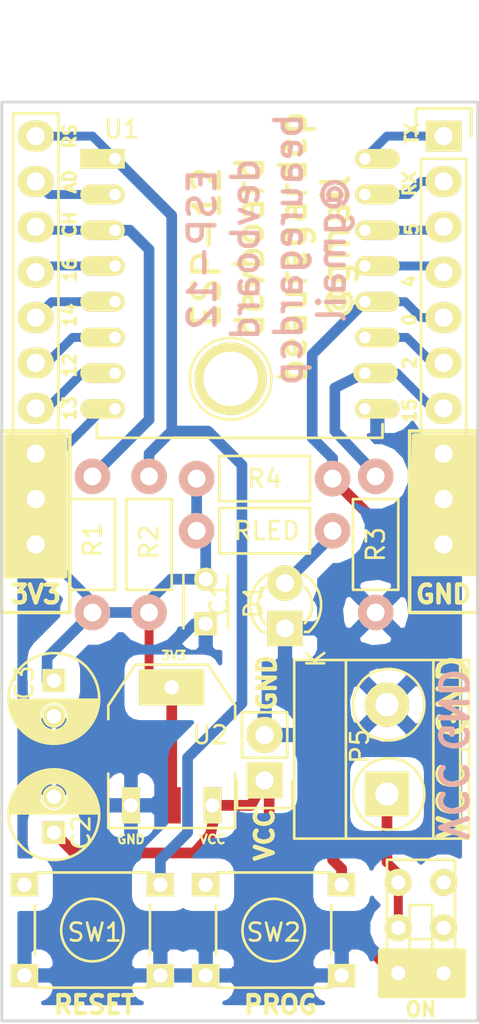
<source format=kicad_pcb>
(kicad_pcb (version 4) (host pcbnew 4.0.2+dfsg1-stable)

  (general
    (links 54)
    (no_connects 2)
    (area 72.949999 69.774999 99.770001 121.360001)
    (thickness 1.6)
    (drawings 44)
    (tracks 104)
    (zones 0)
    (modules 19)
    (nets 20)
  )

  (page A4)
  (layers
    (0 F.Cu signal)
    (31 B.Cu signal)
    (32 B.Adhes user)
    (33 F.Adhes user)
    (34 B.Paste user)
    (35 F.Paste user)
    (36 B.SilkS user)
    (37 F.SilkS user)
    (38 B.Mask user)
    (39 F.Mask user)
    (40 Dwgs.User user)
    (41 Cmts.User user)
    (42 Eco1.User user)
    (43 Eco2.User user)
    (44 Edge.Cuts user)
    (45 Margin user)
    (46 B.CrtYd user)
    (47 F.CrtYd user)
    (48 B.Fab user)
    (49 F.Fab user)
  )

  (setup
    (last_trace_width 0.6)
    (user_trace_width 0.5)
    (user_trace_width 0.6)
    (trace_clearance 0.2)
    (zone_clearance 0.8)
    (zone_45_only yes)
    (trace_min 0.25)
    (segment_width 0.2)
    (edge_width 0.15)
    (via_size 0.6)
    (via_drill 0.4)
    (via_min_size 0.5)
    (via_min_drill 0.3)
    (user_via 3.5 3)
    (uvia_size 0.3)
    (uvia_drill 0.1)
    (uvias_allowed no)
    (uvia_min_size 0.2)
    (uvia_min_drill 0.1)
    (pcb_text_width 0.3)
    (pcb_text_size 1 1)
    (mod_edge_width 0.15)
    (mod_text_size 1 1)
    (mod_text_width 0.15)
    (pad_size 1.55 1.3)
    (pad_drill 0.8)
    (pad_to_mask_clearance 0.2)
    (aux_axis_origin 0 0)
    (visible_elements FFFFFF7F)
    (pcbplotparams
      (layerselection 0x00030_80000001)
      (usegerberextensions false)
      (excludeedgelayer true)
      (linewidth 0.150000)
      (plotframeref false)
      (viasonmask false)
      (mode 1)
      (useauxorigin false)
      (hpglpennumber 1)
      (hpglpenspeed 20)
      (hpglpendiameter 15)
      (hpglpenoverlay 2)
      (psnegative false)
      (psa4output false)
      (plotreference true)
      (plotvalue true)
      (plotinvisibletext false)
      (padsonsilk false)
      (subtractmaskfromsilk false)
      (outputformat 1)
      (mirror false)
      (drillshape 1)
      (scaleselection 1)
      (outputdirectory ""))
  )

  (net 0 "")
  (net 1 GND)
  (net 2 +3V3)
  (net 3 "Net-(P1-Pad4)")
  (net 4 "Net-(P1-Pad5)")
  (net 5 "Net-(P1-Pad6)")
  (net 6 "Net-(P1-Pad7)")
  (net 7 "Net-(P1-Pad8)")
  (net 8 "Net-(P2-Pad1)")
  (net 9 "Net-(P2-Pad2)")
  (net 10 "Net-(P2-Pad3)")
  (net 11 "Net-(P2-Pad4)")
  (net 12 "Net-(P2-Pad6)")
  (net 13 "Net-(P2-Pad7)")
  (net 14 "Net-(P2-Pad5)")
  (net 15 VCC)
  (net 16 "Net-(P5-Pad1)")
  (net 17 "Net-(P1-Pad10)")
  (net 18 "Net-(P1-Pad9)")
  (net 19 "Net-(D1-Pad2)")

  (net_class Default "This is the default net class."
    (clearance 0.2)
    (trace_width 0.25)
    (via_dia 0.6)
    (via_drill 0.4)
    (uvia_dia 0.3)
    (uvia_drill 0.1)
    (add_net "Net-(D1-Pad2)")
    (add_net "Net-(P1-Pad10)")
    (add_net "Net-(P1-Pad9)")
    (add_net "Net-(P2-Pad5)")
    (add_net "Net-(P5-Pad1)")
    (add_net VCC)
  )

  (net_class Thick ""
    (clearance 0.4)
    (trace_width 0.5)
    (via_dia 0.6)
    (via_drill 0.4)
    (uvia_dia 0.3)
    (uvia_drill 0.1)
    (add_net +3V3)
    (add_net GND)
    (add_net "Net-(P1-Pad4)")
    (add_net "Net-(P1-Pad5)")
    (add_net "Net-(P1-Pad6)")
    (add_net "Net-(P1-Pad7)")
    (add_net "Net-(P1-Pad8)")
    (add_net "Net-(P2-Pad1)")
    (add_net "Net-(P2-Pad2)")
    (add_net "Net-(P2-Pad3)")
    (add_net "Net-(P2-Pad4)")
    (add_net "Net-(P2-Pad6)")
    (add_net "Net-(P2-Pad7)")
  )

  (module CPB:ESP-12Emin (layer F.Cu) (tedit 58D700A7) (tstamp 5862E387)
    (at 79.375 73.025)
    (descr "Module, ESP-8266, ESP-12, 16 pad, SMD")
    (tags "Module ESP-8266 ESP8266")
    (path /58630400)
    (fp_text reference U1 (at 0.381 -1.651) (layer F.SilkS)
      (effects (font (size 1 1) (thickness 0.15)))
    )
    (fp_text value ESP-12E (at 8.255 5.08) (layer F.Fab)
      (effects (font (size 1 1) (thickness 0.15)))
    )
    (fp_line (start -2.25 -0.5) (end -2.25 -8.75) (layer F.CrtYd) (width 0.05))
    (fp_line (start -2.25 -8.75) (end 15.25 -8.75) (layer F.CrtYd) (width 0.05))
    (fp_line (start 15.25 -8.75) (end 16.25 -8.75) (layer F.CrtYd) (width 0.05))
    (fp_line (start 16.25 -8.75) (end 16.25 16) (layer F.CrtYd) (width 0.05))
    (fp_line (start 16.25 16) (end -2.25 16) (layer F.CrtYd) (width 0.05))
    (fp_line (start -2.25 16) (end -2.25 -0.5) (layer F.CrtYd) (width 0.05))
    (fp_line (start -1.016 -8.382) (end 14.986 -8.382) (layer F.CrtYd) (width 0.1524))
    (fp_line (start 14.986 -8.382) (end 14.986 -0.889) (layer F.CrtYd) (width 0.1524))
    (fp_line (start -1.016 -8.382) (end -1.016 -1.016) (layer F.CrtYd) (width 0.1524))
    (fp_line (start -1.016 14.859) (end -1.016 15.621) (layer F.SilkS) (width 0.1524))
    (fp_line (start -1.016 15.621) (end 14.986 15.621) (layer F.SilkS) (width 0.1524))
    (fp_line (start 14.986 15.621) (end 14.986 14.859) (layer F.SilkS) (width 0.1524))
    (fp_line (start 14.992 -8.4) (end -1.008 -2.6) (layer F.CrtYd) (width 0.1524))
    (fp_line (start -1.008 -8.4) (end 14.992 -2.6) (layer F.CrtYd) (width 0.1524))
    (fp_text user "No Copper" (at 6.892 -5.4) (layer F.CrtYd)
      (effects (font (size 1 1) (thickness 0.15)))
    )
    (fp_line (start -1.008 -2.6) (end 14.992 -2.6) (layer F.CrtYd) (width 0.1524))
    (fp_line (start 15 -8.4) (end 15 15.6) (layer F.Fab) (width 0.05))
    (fp_line (start 14.992 15.6) (end -1.008 15.6) (layer F.Fab) (width 0.05))
    (fp_line (start -1.008 15.6) (end -1.008 -8.4) (layer F.Fab) (width 0.05))
    (fp_line (start -1.008 -8.4) (end 14.992 -8.4) (layer F.Fab) (width 0.05))
    (pad 1 thru_hole rect (at 0 0) (size 2.5 1.1) (drill 0.65 (offset -0.7 0)) (layers *.Cu *.Mask F.SilkS)
      (net 17 "Net-(P1-Pad10)"))
    (pad 2 thru_hole oval (at 0 2) (size 2.5 1.1) (drill 0.65 (offset -0.7 0)) (layers *.Cu *.Mask F.SilkS)
      (net 18 "Net-(P1-Pad9)"))
    (pad 3 thru_hole oval (at 0 4) (size 2.5 1.1) (drill 0.65 (offset -0.7 0)) (layers *.Cu *.Mask F.SilkS)
      (net 7 "Net-(P1-Pad8)"))
    (pad 4 thru_hole oval (at 0 6) (size 2.5 1.1) (drill 0.65 (offset -0.7 0)) (layers *.Cu *.Mask F.SilkS)
      (net 6 "Net-(P1-Pad7)"))
    (pad 5 thru_hole oval (at 0 8) (size 2.5 1.1) (drill 0.65 (offset -0.7 0)) (layers *.Cu *.Mask F.SilkS)
      (net 5 "Net-(P1-Pad6)"))
    (pad 6 thru_hole oval (at 0 10) (size 2.5 1.1) (drill 0.65 (offset -0.7 0)) (layers *.Cu *.Mask F.SilkS)
      (net 4 "Net-(P1-Pad5)"))
    (pad 7 thru_hole oval (at 0 12) (size 2.5 1.1) (drill 0.65 (offset -0.7 0)) (layers *.Cu *.Mask F.SilkS)
      (net 3 "Net-(P1-Pad4)"))
    (pad 8 thru_hole oval (at 0 14) (size 2.5 1.1) (drill 0.65 (offset -0.7 0)) (layers *.Cu *.Mask F.SilkS)
      (net 2 +3V3))
    (pad 9 thru_hole oval (at 14 14) (size 2.5 1.1) (drill 0.65 (offset 0.7 0)) (layers *.Cu *.Mask F.SilkS)
      (net 1 GND))
    (pad 10 thru_hole oval (at 14 12) (size 2.5 1.1) (drill 0.65 (offset 0.6 0)) (layers *.Cu *.Mask F.SilkS)
      (net 13 "Net-(P2-Pad7)"))
    (pad 11 thru_hole oval (at 14 10) (size 2.5 1.1) (drill 0.65 (offset 0.7 0)) (layers *.Cu *.Mask F.SilkS)
      (net 12 "Net-(P2-Pad6)"))
    (pad 12 thru_hole oval (at 14 8) (size 2.5 1.1) (drill 0.65 (offset 0.7 0)) (layers *.Cu *.Mask F.SilkS)
      (net 14 "Net-(P2-Pad5)"))
    (pad 13 thru_hole oval (at 14 6) (size 2.5 1.1) (drill 0.65 (offset 0.7 0)) (layers *.Cu *.Mask F.SilkS)
      (net 11 "Net-(P2-Pad4)"))
    (pad 14 thru_hole oval (at 14 4) (size 2.5 1.1) (drill 0.65 (offset 0.7 0)) (layers *.Cu *.Mask F.SilkS)
      (net 10 "Net-(P2-Pad3)"))
    (pad 15 thru_hole oval (at 14 2) (size 2.5 1.1) (drill 0.65 (offset 0.7 0)) (layers *.Cu *.Mask F.SilkS)
      (net 9 "Net-(P2-Pad2)"))
    (pad 16 thru_hole oval (at 14 0) (size 2.5 1.1) (drill 0.65 (offset 0.7 0)) (layers *.Cu *.Mask F.SilkS)
      (net 8 "Net-(P2-Pad1)"))
    (model ${ESPLIB}/ESP8266.3dshapes/ESP-12.wrl
      (at (xyz 0 0 0))
      (scale (xyz 0.3937 0.3937 0.3937))
      (rotate (xyz 0 0 0))
    )
  )

  (module Terminal_Blocks:TerminalBlock_Pheonix_MKDS1.5-2pol (layer F.Cu) (tedit 58CEE760) (tstamp 58657198)
    (at 94.615 108.585 90)
    (descr "2-way 5mm pitch terminal block, Phoenix MKDS series")
    (path /5865787A)
    (fp_text reference P5 (at 2.667 -1.524 90) (layer F.SilkS)
      (effects (font (size 1 1) (thickness 0.15)))
    )
    (fp_text value PWR (at 2.54 1.905 90) (layer F.Fab)
      (effects (font (size 1 1) (thickness 0.15)))
    )
    (fp_line (start -2.7 -5.4) (end 7.7 -5.4) (layer F.CrtYd) (width 0.05))
    (fp_line (start -2.7 4.8) (end -2.7 -5.4) (layer F.CrtYd) (width 0.05))
    (fp_line (start 7.7 4.8) (end -2.7 4.8) (layer F.CrtYd) (width 0.05))
    (fp_line (start 7.7 -5.4) (end 7.7 4.8) (layer F.CrtYd) (width 0.05))
    (fp_line (start 2.5 4.1) (end 2.5 4.6) (layer F.SilkS) (width 0.15))
    (fp_circle (center 5 0.1) (end 3 0.1) (layer F.SilkS) (width 0.15))
    (fp_circle (center 0 0.1) (end 2 0.1) (layer F.SilkS) (width 0.15))
    (fp_line (start -2.5 2.6) (end 7.5 2.6) (layer F.SilkS) (width 0.15))
    (fp_line (start -2.5 -2.3) (end 7.5 -2.3) (layer F.SilkS) (width 0.15))
    (fp_line (start -2.5 4.1) (end 7.5 4.1) (layer F.SilkS) (width 0.15))
    (fp_line (start -2.5 4.6) (end 7.5 4.6) (layer F.SilkS) (width 0.15))
    (fp_line (start 7.5 4.6) (end 7.5 -5.2) (layer F.SilkS) (width 0.15))
    (fp_line (start 7.5 -5.2) (end -2.5 -5.2) (layer F.SilkS) (width 0.15))
    (fp_line (start -2.5 -5.2) (end -2.5 4.6) (layer F.SilkS) (width 0.15))
    (pad 1 thru_hole rect (at 0 0 90) (size 2.5 2.5) (drill 1.3) (layers *.Cu *.Mask F.SilkS)
      (net 16 "Net-(P5-Pad1)"))
    (pad 2 thru_hole circle (at 5 0 90) (size 2.5 2.5) (drill 1.3) (layers *.Cu *.Mask F.SilkS)
      (net 1 GND))
    (model Terminal_Blocks.3dshapes/TerminalBlock_Pheonix_MKDS1.5-2pol.wrl
      (at (xyz 0.0984 0 0))
      (scale (xyz 1 1 1))
      (rotate (xyz 0 0 0))
    )
  )

  (module Pin_Headers:Pin_Header_Straight_1x10 (layer F.Cu) (tedit 58CEE378) (tstamp 58CEB38C)
    (at 74.93 94.615 180)
    (descr "Through hole pin header")
    (tags "pin header")
    (path /58CEB36C)
    (fp_text reference P1 (at 0 24.13 180) (layer F.SilkS) hide
      (effects (font (size 1 1) (thickness 0.15)))
    )
    (fp_text value CONN_01X10 (at 0 -3.1 180) (layer F.Fab) hide
      (effects (font (size 1 1) (thickness 0.15)))
    )
    (fp_line (start -1.75 -1.75) (end -1.75 24.65) (layer F.CrtYd) (width 0.05))
    (fp_line (start 1.75 -1.75) (end 1.75 24.65) (layer F.CrtYd) (width 0.05))
    (fp_line (start -1.75 -1.75) (end 1.75 -1.75) (layer F.CrtYd) (width 0.05))
    (fp_line (start -1.75 24.65) (end 1.75 24.65) (layer F.CrtYd) (width 0.05))
    (fp_line (start 1.27 1.27) (end 1.27 24.13) (layer F.SilkS) (width 0.15))
    (fp_line (start 1.27 24.13) (end -1.27 24.13) (layer F.SilkS) (width 0.15))
    (fp_line (start -1.27 24.13) (end -1.27 1.27) (layer F.SilkS) (width 0.15))
    (fp_line (start 1.55 -1.55) (end 1.55 0) (layer F.SilkS) (width 0.15))
    (fp_line (start 1.27 1.27) (end -1.27 1.27) (layer F.SilkS) (width 0.15))
    (fp_line (start -1.55 0) (end -1.55 -1.55) (layer F.SilkS) (width 0.15))
    (fp_line (start -1.55 -1.55) (end 1.55 -1.55) (layer F.SilkS) (width 0.15))
    (pad 1 thru_hole rect (at 0 0 180) (size 2.032 1.7272) (drill 1.016) (layers *.Cu *.Mask F.SilkS)
      (net 2 +3V3))
    (pad 2 thru_hole oval (at 0 2.54 180) (size 2.032 1.7272) (drill 1.016) (layers *.Cu *.Mask F.SilkS)
      (net 2 +3V3))
    (pad 3 thru_hole oval (at 0 5.08 180) (size 2.032 1.7272) (drill 1.016) (layers *.Cu *.Mask F.SilkS)
      (net 2 +3V3))
    (pad 4 thru_hole oval (at 0 7.62 180) (size 2.032 1.7272) (drill 1.016) (layers *.Cu *.Mask F.SilkS)
      (net 3 "Net-(P1-Pad4)"))
    (pad 5 thru_hole oval (at 0 10.16 180) (size 2.032 1.7272) (drill 1.016) (layers *.Cu *.Mask F.SilkS)
      (net 4 "Net-(P1-Pad5)"))
    (pad 6 thru_hole oval (at 0 12.7 180) (size 2.032 1.7272) (drill 1.016) (layers *.Cu *.Mask F.SilkS)
      (net 5 "Net-(P1-Pad6)"))
    (pad 7 thru_hole oval (at 0 15.24 180) (size 2.032 1.7272) (drill 1.016) (layers *.Cu *.Mask F.SilkS)
      (net 6 "Net-(P1-Pad7)"))
    (pad 8 thru_hole oval (at 0 17.78 180) (size 2.032 1.7272) (drill 1.016) (layers *.Cu *.Mask F.SilkS)
      (net 7 "Net-(P1-Pad8)"))
    (pad 9 thru_hole oval (at 0 20.32 180) (size 2.032 1.7272) (drill 1.016) (layers *.Cu *.Mask F.SilkS)
      (net 18 "Net-(P1-Pad9)"))
    (pad 10 thru_hole oval (at 0 22.86 180) (size 2.032 1.7272) (drill 1.016) (layers *.Cu *.Mask F.SilkS)
      (net 17 "Net-(P1-Pad10)"))
    (model Pin_Headers.3dshapes/Pin_Header_Straight_1x10.wrl
      (at (xyz 0 -0.45 0))
      (scale (xyz 1 1 1))
      (rotate (xyz 0 0 90))
    )
  )

  (module Capacitors_ThroughHole:C_Radial_D5_L11_P2 (layer F.Cu) (tedit 58CF1492) (tstamp 58656D95)
    (at 75.946 102.235 270)
    (descr "Radial Electrolytic Capacitor 5mm x Length 11mm, Pitch 2mm")
    (tags "Electrolytic Capacitor")
    (path /58656F60)
    (fp_text reference C3 (at 0.127 1.651 270) (layer F.SilkS)
      (effects (font (size 1 1) (thickness 0.15)))
    )
    (fp_text value 10uF (at 1.27 -1.27 270) (layer F.Fab)
      (effects (font (size 1 1) (thickness 0.15)))
    )
    (fp_line (start 1.075 -2.499) (end 1.075 2.499) (layer F.SilkS) (width 0.15))
    (fp_line (start 1.215 -2.491) (end 1.215 -0.154) (layer F.SilkS) (width 0.15))
    (fp_line (start 1.215 0.154) (end 1.215 2.491) (layer F.SilkS) (width 0.15))
    (fp_line (start 1.355 -2.475) (end 1.355 -0.473) (layer F.SilkS) (width 0.15))
    (fp_line (start 1.355 0.473) (end 1.355 2.475) (layer F.SilkS) (width 0.15))
    (fp_line (start 1.495 -2.451) (end 1.495 -0.62) (layer F.SilkS) (width 0.15))
    (fp_line (start 1.495 0.62) (end 1.495 2.451) (layer F.SilkS) (width 0.15))
    (fp_line (start 1.635 -2.418) (end 1.635 -0.712) (layer F.SilkS) (width 0.15))
    (fp_line (start 1.635 0.712) (end 1.635 2.418) (layer F.SilkS) (width 0.15))
    (fp_line (start 1.775 -2.377) (end 1.775 -0.768) (layer F.SilkS) (width 0.15))
    (fp_line (start 1.775 0.768) (end 1.775 2.377) (layer F.SilkS) (width 0.15))
    (fp_line (start 1.915 -2.327) (end 1.915 -0.795) (layer F.SilkS) (width 0.15))
    (fp_line (start 1.915 0.795) (end 1.915 2.327) (layer F.SilkS) (width 0.15))
    (fp_line (start 2.055 -2.266) (end 2.055 -0.798) (layer F.SilkS) (width 0.15))
    (fp_line (start 2.055 0.798) (end 2.055 2.266) (layer F.SilkS) (width 0.15))
    (fp_line (start 2.195 -2.196) (end 2.195 -0.776) (layer F.SilkS) (width 0.15))
    (fp_line (start 2.195 0.776) (end 2.195 2.196) (layer F.SilkS) (width 0.15))
    (fp_line (start 2.335 -2.114) (end 2.335 -0.726) (layer F.SilkS) (width 0.15))
    (fp_line (start 2.335 0.726) (end 2.335 2.114) (layer F.SilkS) (width 0.15))
    (fp_line (start 2.475 -2.019) (end 2.475 -0.644) (layer F.SilkS) (width 0.15))
    (fp_line (start 2.475 0.644) (end 2.475 2.019) (layer F.SilkS) (width 0.15))
    (fp_line (start 2.615 -1.908) (end 2.615 -0.512) (layer F.SilkS) (width 0.15))
    (fp_line (start 2.615 0.512) (end 2.615 1.908) (layer F.SilkS) (width 0.15))
    (fp_line (start 2.755 -1.78) (end 2.755 -0.265) (layer F.SilkS) (width 0.15))
    (fp_line (start 2.755 0.265) (end 2.755 1.78) (layer F.SilkS) (width 0.15))
    (fp_line (start 2.895 -1.631) (end 2.895 1.631) (layer F.SilkS) (width 0.15))
    (fp_line (start 3.035 -1.452) (end 3.035 1.452) (layer F.SilkS) (width 0.15))
    (fp_line (start 3.175 -1.233) (end 3.175 1.233) (layer F.SilkS) (width 0.15))
    (fp_line (start 3.315 -0.944) (end 3.315 0.944) (layer F.SilkS) (width 0.15))
    (fp_line (start 3.455 -0.472) (end 3.455 0.472) (layer F.SilkS) (width 0.15))
    (fp_circle (center 2 0) (end 2 -0.8) (layer F.SilkS) (width 0.15))
    (fp_circle (center 1 0) (end 1 -2.5375) (layer F.SilkS) (width 0.15))
    (fp_circle (center 1 0) (end 1 -2.8) (layer F.CrtYd) (width 0.05))
    (pad 1 thru_hole rect (at 0 0 270) (size 1.3 1.3) (drill 0.8) (layers *.Cu *.Mask F.SilkS)
      (net 2 +3V3))
    (pad 2 thru_hole circle (at 2 0 270) (size 1.3 1.3) (drill 0.8) (layers *.Cu *.Mask F.SilkS)
      (net 1 GND))
    (model Capacitors_ThroughHole.3dshapes/C_Radial_D5_L11_P2.wrl
      (at (xyz 0 0 0))
      (scale (xyz 1 1 1))
      (rotate (xyz 0 0 0))
    )
  )

  (module Capacitors_ThroughHole:C_Disc_D3_P2.5 (layer F.Cu) (tedit 58CF117F) (tstamp 5862E33D)
    (at 84.455 99.06 90)
    (descr "Capacitor 3mm Disc, Pitch 2.5mm")
    (tags Capacitor)
    (path /58630452)
    (fp_text reference C1 (at 1.397 0.762 90) (layer F.SilkS)
      (effects (font (size 1 1) (thickness 0.15)))
    )
    (fp_text value 100n (at 1.397 -0.762 90) (layer F.Fab)
      (effects (font (size 1 1) (thickness 0.15)))
    )
    (fp_line (start -0.9 -1.5) (end 3.4 -1.5) (layer F.CrtYd) (width 0.05))
    (fp_line (start 3.4 -1.5) (end 3.4 1.5) (layer F.CrtYd) (width 0.05))
    (fp_line (start 3.4 1.5) (end -0.9 1.5) (layer F.CrtYd) (width 0.05))
    (fp_line (start -0.9 1.5) (end -0.9 -1.5) (layer F.CrtYd) (width 0.05))
    (fp_line (start -0.25 -1.25) (end 2.75 -1.25) (layer F.SilkS) (width 0.15))
    (fp_line (start 2.75 1.25) (end -0.25 1.25) (layer F.SilkS) (width 0.15))
    (pad 1 thru_hole rect (at 0 0 90) (size 1.3 1.3) (drill 0.8) (layers *.Cu *.Mask F.SilkS)
      (net 1 GND))
    (pad 2 thru_hole circle (at 2.5 0 90) (size 1.3 1.3) (drill 0.8001) (layers *.Cu *.Mask F.SilkS)
      (net 2 +3V3))
    (model Capacitors_ThroughHole.3dshapes/C_Disc_D3_P2.5.wrl
      (at (xyz 0.0492126 0 0))
      (scale (xyz 1 1 1))
      (rotate (xyz 0 0 0))
    )
  )

  (module Resistors_ThroughHole:Resistor_Horizontal_RM7mm (layer F.Cu) (tedit 58CF1426) (tstamp 58651868)
    (at 78.105 98.425 90)
    (descr "Resistor, Axial,  RM 7.62mm, 1/3W,")
    (tags "Resistor Axial RM 7.62mm 1/3W R3")
    (path /58630564)
    (fp_text reference R1 (at 4.064 0 90) (layer F.SilkS)
      (effects (font (size 1 1) (thickness 0.15)))
    )
    (fp_text value 10k (at 3.937 0.508 90) (layer F.Fab)
      (effects (font (size 1 1) (thickness 0.15)))
    )
    (fp_line (start -1.25 -1.5) (end 8.85 -1.5) (layer F.CrtYd) (width 0.05))
    (fp_line (start -1.25 1.5) (end -1.25 -1.5) (layer F.CrtYd) (width 0.05))
    (fp_line (start 8.85 -1.5) (end 8.85 1.5) (layer F.CrtYd) (width 0.05))
    (fp_line (start -1.25 1.5) (end 8.85 1.5) (layer F.CrtYd) (width 0.05))
    (fp_line (start 1.27 -1.27) (end 6.35 -1.27) (layer F.SilkS) (width 0.15))
    (fp_line (start 6.35 -1.27) (end 6.35 1.27) (layer F.SilkS) (width 0.15))
    (fp_line (start 6.35 1.27) (end 1.27 1.27) (layer F.SilkS) (width 0.15))
    (fp_line (start 1.27 1.27) (end 1.27 -1.27) (layer F.SilkS) (width 0.15))
    (pad 1 thru_hole circle (at 0 0 90) (size 1.99898 1.99898) (drill 1.00076) (layers *.Cu *.SilkS *.Mask)
      (net 2 +3V3))
    (pad 2 thru_hole circle (at 7.62 0 90) (size 1.99898 1.99898) (drill 1.00076) (layers *.Cu *.SilkS *.Mask)
      (net 7 "Net-(P1-Pad8)"))
  )

  (module Resistors_ThroughHole:Resistor_Horizontal_RM7mm (layer F.Cu) (tedit 58CF1429) (tstamp 5865186E)
    (at 81.28 98.425 90)
    (descr "Resistor, Axial,  RM 7.62mm, 1/3W,")
    (tags "Resistor Axial RM 7.62mm 1/3W R3")
    (path /58630524)
    (fp_text reference R2 (at 3.937 0 90) (layer F.SilkS)
      (effects (font (size 1 1) (thickness 0.15)))
    )
    (fp_text value 10k (at 3.937 0.635 90) (layer F.Fab)
      (effects (font (size 1 1) (thickness 0.15)))
    )
    (fp_line (start -1.25 -1.5) (end 8.85 -1.5) (layer F.CrtYd) (width 0.05))
    (fp_line (start -1.25 1.5) (end -1.25 -1.5) (layer F.CrtYd) (width 0.05))
    (fp_line (start 8.85 -1.5) (end 8.85 1.5) (layer F.CrtYd) (width 0.05))
    (fp_line (start -1.25 1.5) (end 8.85 1.5) (layer F.CrtYd) (width 0.05))
    (fp_line (start 1.27 -1.27) (end 6.35 -1.27) (layer F.SilkS) (width 0.15))
    (fp_line (start 6.35 -1.27) (end 6.35 1.27) (layer F.SilkS) (width 0.15))
    (fp_line (start 6.35 1.27) (end 1.27 1.27) (layer F.SilkS) (width 0.15))
    (fp_line (start 1.27 1.27) (end 1.27 -1.27) (layer F.SilkS) (width 0.15))
    (pad 1 thru_hole circle (at 0 0 90) (size 1.99898 1.99898) (drill 1.00076) (layers *.Cu *.SilkS *.Mask)
      (net 2 +3V3))
    (pad 2 thru_hole circle (at 7.62 0 90) (size 1.99898 1.99898) (drill 1.00076) (layers *.Cu *.SilkS *.Mask)
      (net 17 "Net-(P1-Pad10)"))
  )

  (module Resistors_ThroughHole:Resistor_Horizontal_RM7mm (layer F.Cu) (tedit 58CF1438) (tstamp 58651874)
    (at 93.98 90.805 270)
    (descr "Resistor, Axial,  RM 7.62mm, 1/3W,")
    (tags "Resistor Axial RM 7.62mm 1/3W R3")
    (path /58630BF6)
    (fp_text reference R3 (at 3.81 0 270) (layer F.SilkS)
      (effects (font (size 1 1) (thickness 0.15)))
    )
    (fp_text value 10k (at 3.683 -0.635 270) (layer F.Fab)
      (effects (font (size 1 1) (thickness 0.15)))
    )
    (fp_line (start -1.25 -1.5) (end 8.85 -1.5) (layer F.CrtYd) (width 0.05))
    (fp_line (start -1.25 1.5) (end -1.25 -1.5) (layer F.CrtYd) (width 0.05))
    (fp_line (start 8.85 -1.5) (end 8.85 1.5) (layer F.CrtYd) (width 0.05))
    (fp_line (start -1.25 1.5) (end 8.85 1.5) (layer F.CrtYd) (width 0.05))
    (fp_line (start 1.27 -1.27) (end 6.35 -1.27) (layer F.SilkS) (width 0.15))
    (fp_line (start 6.35 -1.27) (end 6.35 1.27) (layer F.SilkS) (width 0.15))
    (fp_line (start 6.35 1.27) (end 1.27 1.27) (layer F.SilkS) (width 0.15))
    (fp_line (start 1.27 1.27) (end 1.27 -1.27) (layer F.SilkS) (width 0.15))
    (pad 1 thru_hole circle (at 0 0 270) (size 1.99898 1.99898) (drill 1.00076) (layers *.Cu *.SilkS *.Mask)
      (net 13 "Net-(P2-Pad7)"))
    (pad 2 thru_hole circle (at 7.62 0 270) (size 1.99898 1.99898) (drill 1.00076) (layers *.Cu *.SilkS *.Mask)
      (net 1 GND))
  )

  (module Resistors_ThroughHole:Resistor_Horizontal_RM7mm (layer F.Cu) (tedit 58CF142E) (tstamp 5865187A)
    (at 83.947 90.932)
    (descr "Resistor, Axial,  RM 7.62mm, 1/3W,")
    (tags "Resistor Axial RM 7.62mm 1/3W R3")
    (path /5863058A)
    (fp_text reference R4 (at 3.81 0) (layer F.SilkS)
      (effects (font (size 1 1) (thickness 0.15)))
    )
    (fp_text value 10k (at 3.81 0.635) (layer F.Fab)
      (effects (font (size 1 1) (thickness 0.15)))
    )
    (fp_line (start -1.25 -1.5) (end 8.85 -1.5) (layer F.CrtYd) (width 0.05))
    (fp_line (start -1.25 1.5) (end -1.25 -1.5) (layer F.CrtYd) (width 0.05))
    (fp_line (start 8.85 -1.5) (end 8.85 1.5) (layer F.CrtYd) (width 0.05))
    (fp_line (start -1.25 1.5) (end 8.85 1.5) (layer F.CrtYd) (width 0.05))
    (fp_line (start 1.27 -1.27) (end 6.35 -1.27) (layer F.SilkS) (width 0.15))
    (fp_line (start 6.35 -1.27) (end 6.35 1.27) (layer F.SilkS) (width 0.15))
    (fp_line (start 6.35 1.27) (end 1.27 1.27) (layer F.SilkS) (width 0.15))
    (fp_line (start 1.27 1.27) (end 1.27 -1.27) (layer F.SilkS) (width 0.15))
    (pad 1 thru_hole circle (at 0 0) (size 1.99898 1.99898) (drill 1.00076) (layers *.Cu *.SilkS *.Mask)
      (net 2 +3V3))
    (pad 2 thru_hole circle (at 7.62 0) (size 1.99898 1.99898) (drill 1.00076) (layers *.Cu *.SilkS *.Mask)
      (net 14 "Net-(P2-Pad5)"))
  )

  (module Capacitors_ThroughHole:C_Radial_D5_L11_P2 (layer F.Cu) (tedit 58CF1497) (tstamp 58656D8F)
    (at 75.946 110.744 90)
    (descr "Radial Electrolytic Capacitor 5mm x Length 11mm, Pitch 2mm")
    (tags "Electrolytic Capacitor")
    (path /58656EEB)
    (fp_text reference C2 (at 0 1.524 90) (layer F.SilkS)
      (effects (font (size 1 1) (thickness 0.15)))
    )
    (fp_text value 10uF (at 1.27 -1.27 90) (layer F.Fab)
      (effects (font (size 1 1) (thickness 0.15)))
    )
    (fp_line (start 1.075 -2.499) (end 1.075 2.499) (layer F.SilkS) (width 0.15))
    (fp_line (start 1.215 -2.491) (end 1.215 -0.154) (layer F.SilkS) (width 0.15))
    (fp_line (start 1.215 0.154) (end 1.215 2.491) (layer F.SilkS) (width 0.15))
    (fp_line (start 1.355 -2.475) (end 1.355 -0.473) (layer F.SilkS) (width 0.15))
    (fp_line (start 1.355 0.473) (end 1.355 2.475) (layer F.SilkS) (width 0.15))
    (fp_line (start 1.495 -2.451) (end 1.495 -0.62) (layer F.SilkS) (width 0.15))
    (fp_line (start 1.495 0.62) (end 1.495 2.451) (layer F.SilkS) (width 0.15))
    (fp_line (start 1.635 -2.418) (end 1.635 -0.712) (layer F.SilkS) (width 0.15))
    (fp_line (start 1.635 0.712) (end 1.635 2.418) (layer F.SilkS) (width 0.15))
    (fp_line (start 1.775 -2.377) (end 1.775 -0.768) (layer F.SilkS) (width 0.15))
    (fp_line (start 1.775 0.768) (end 1.775 2.377) (layer F.SilkS) (width 0.15))
    (fp_line (start 1.915 -2.327) (end 1.915 -0.795) (layer F.SilkS) (width 0.15))
    (fp_line (start 1.915 0.795) (end 1.915 2.327) (layer F.SilkS) (width 0.15))
    (fp_line (start 2.055 -2.266) (end 2.055 -0.798) (layer F.SilkS) (width 0.15))
    (fp_line (start 2.055 0.798) (end 2.055 2.266) (layer F.SilkS) (width 0.15))
    (fp_line (start 2.195 -2.196) (end 2.195 -0.776) (layer F.SilkS) (width 0.15))
    (fp_line (start 2.195 0.776) (end 2.195 2.196) (layer F.SilkS) (width 0.15))
    (fp_line (start 2.335 -2.114) (end 2.335 -0.726) (layer F.SilkS) (width 0.15))
    (fp_line (start 2.335 0.726) (end 2.335 2.114) (layer F.SilkS) (width 0.15))
    (fp_line (start 2.475 -2.019) (end 2.475 -0.644) (layer F.SilkS) (width 0.15))
    (fp_line (start 2.475 0.644) (end 2.475 2.019) (layer F.SilkS) (width 0.15))
    (fp_line (start 2.615 -1.908) (end 2.615 -0.512) (layer F.SilkS) (width 0.15))
    (fp_line (start 2.615 0.512) (end 2.615 1.908) (layer F.SilkS) (width 0.15))
    (fp_line (start 2.755 -1.78) (end 2.755 -0.265) (layer F.SilkS) (width 0.15))
    (fp_line (start 2.755 0.265) (end 2.755 1.78) (layer F.SilkS) (width 0.15))
    (fp_line (start 2.895 -1.631) (end 2.895 1.631) (layer F.SilkS) (width 0.15))
    (fp_line (start 3.035 -1.452) (end 3.035 1.452) (layer F.SilkS) (width 0.15))
    (fp_line (start 3.175 -1.233) (end 3.175 1.233) (layer F.SilkS) (width 0.15))
    (fp_line (start 3.315 -0.944) (end 3.315 0.944) (layer F.SilkS) (width 0.15))
    (fp_line (start 3.455 -0.472) (end 3.455 0.472) (layer F.SilkS) (width 0.15))
    (fp_circle (center 2 0) (end 2 -0.8) (layer F.SilkS) (width 0.15))
    (fp_circle (center 1 0) (end 1 -2.5375) (layer F.SilkS) (width 0.15))
    (fp_circle (center 1 0) (end 1 -2.8) (layer F.CrtYd) (width 0.05))
    (pad 1 thru_hole rect (at 0 0 90) (size 1.3 1.3) (drill 0.8) (layers *.Cu *.Mask F.SilkS)
      (net 15 VCC))
    (pad 2 thru_hole circle (at 2 0 90) (size 1.3 1.3) (drill 0.8) (layers *.Cu *.Mask F.SilkS)
      (net 1 GND))
    (model Capacitors_ThroughHole.3dshapes/C_Radial_D5_L11_P2.wrl
      (at (xyz 0 0 0))
      (scale (xyz 1 1 1))
      (rotate (xyz 0 0 0))
    )
  )

  (module CPB:SW_SPST_PTS645 (layer F.Cu) (tedit 58D70115) (tstamp 586559FC)
    (at 78.105 116.205 180)
    (descr "C&K Components SPST SMD PTS645 Series 6mm Tact Switch")
    (tags "SPST Button Switch")
    (path /586557EB)
    (fp_text reference SW1 (at -0.127 -0.127 180) (layer F.SilkS)
      (effects (font (size 1 1) (thickness 0.15)))
    )
    (fp_text value RST (at -0.127 -1.524 180) (layer F.Fab)
      (effects (font (size 1 1) (thickness 0.15)))
    )
    (fp_circle (center 0 0) (end 1.75 -0.05) (layer F.SilkS) (width 0.15))
    (fp_line (start 3.225 -3.225) (end 3.225 -3.1) (layer F.SilkS) (width 0.15))
    (fp_line (start 3.225 3.225) (end 3.225 3.1) (layer F.SilkS) (width 0.15))
    (fp_line (start -3.225 3.225) (end -3.225 3.1) (layer F.SilkS) (width 0.15))
    (fp_line (start -3.225 -3.1) (end -3.225 -3.225) (layer F.SilkS) (width 0.15))
    (fp_line (start 3.225 -1.4) (end 3.225 1.4) (layer F.SilkS) (width 0.15))
    (fp_line (start -3.225 -3.225) (end 3.225 -3.225) (layer F.SilkS) (width 0.15))
    (fp_line (start -3.225 -1.4) (end -3.225 1.4) (layer F.SilkS) (width 0.15))
    (fp_line (start -3.225 3.225) (end 3.225 3.225) (layer F.SilkS) (width 0.15))
    (pad 2 thru_hole rect (at -3.81 2.54 180) (size 1.55 1.3) (drill 0.8) (layers *.Cu *.Mask F.SilkS)
      (net 17 "Net-(P1-Pad10)"))
    (pad 1 thru_hole rect (at -3.81 -2.54 180) (size 1.55 1.3) (drill 0.8) (layers *.Cu *.Mask F.SilkS)
      (net 1 GND))
    (pad 1 thru_hole rect (at 3.81 -2.54 180) (size 1.55 1.3) (drill 0.8) (layers *.Cu *.Mask F.SilkS)
      (net 1 GND))
    (pad 2 thru_hole rect (at 3.81 2.54 180) (size 1.55 1.3) (drill 0.8) (layers *.Cu *.Mask F.SilkS)
      (net 17 "Net-(P1-Pad10)"))
  )

  (module CPB:SW_SPST_PTS645 (layer F.Cu) (tedit 58D70136) (tstamp 58655A04)
    (at 88.265 116.205)
    (descr "C&K Components SPST SMD PTS645 Series 6mm Tact Switch")
    (tags "SPST Button Switch")
    (path /58655A46)
    (fp_text reference SW2 (at 0 0.127) (layer F.SilkS)
      (effects (font (size 1 1) (thickness 0.15)))
    )
    (fp_text value PRG (at 0.127 1.778) (layer F.Fab)
      (effects (font (size 1 1) (thickness 0.15)))
    )
    (fp_circle (center 0 0) (end 1.75 -0.05) (layer F.SilkS) (width 0.15))
    (fp_line (start 3.225 -3.225) (end 3.225 -3.1) (layer F.SilkS) (width 0.15))
    (fp_line (start 3.225 3.225) (end 3.225 3.1) (layer F.SilkS) (width 0.15))
    (fp_line (start -3.225 3.225) (end -3.225 3.1) (layer F.SilkS) (width 0.15))
    (fp_line (start -3.225 -3.1) (end -3.225 -3.225) (layer F.SilkS) (width 0.15))
    (fp_line (start 3.225 -1.4) (end 3.225 1.4) (layer F.SilkS) (width 0.15))
    (fp_line (start -3.225 -3.225) (end 3.225 -3.225) (layer F.SilkS) (width 0.15))
    (fp_line (start -3.225 -1.4) (end -3.225 1.4) (layer F.SilkS) (width 0.15))
    (fp_line (start -3.225 3.225) (end 3.225 3.225) (layer F.SilkS) (width 0.15))
    (pad 2 thru_hole rect (at -3.81 2.54) (size 1.55 1.3) (drill 0.8) (layers *.Cu *.Mask F.SilkS)
      (net 1 GND))
    (pad 1 thru_hole rect (at -3.81 -2.54) (size 1.55 1.3) (drill 0.8) (layers *.Cu *.Mask F.SilkS)
      (net 14 "Net-(P2-Pad5)"))
    (pad 1 thru_hole rect (at 3.81 -2.54) (size 1.55 1.3) (drill 0.8) (layers *.Cu *.Mask F.SilkS)
      (net 14 "Net-(P2-Pad5)"))
    (pad 2 thru_hole rect (at 3.81 2.54) (size 1.55 1.3) (drill 0.8) (layers *.Cu *.Mask F.SilkS)
      (net 1 GND))
  )

  (module CPB:DPDT6_DIP_SW (layer F.Cu) (tedit 58CF0F6B) (tstamp 5869582C)
    (at 96.52 116.078 90)
    (path /58695A03)
    (fp_text reference SW3 (at 0 0.5 90) (layer F.SilkS) hide
      (effects (font (size 1 1) (thickness 0.15)))
    )
    (fp_text value SPST (at 0 -0.5 90) (layer F.Fab)
      (effects (font (size 1 1) (thickness 0.15)))
    )
    (fp_line (start -0.635 -0.635) (end -0.635 0.635) (layer F.SilkS) (width 0.15))
    (fp_line (start -0.635 0.635) (end -1.27 0.635) (layer F.SilkS) (width 0.15))
    (fp_line (start -1.27 0.635) (end -1.27 -0.635) (layer F.SilkS) (width 0.15))
    (fp_line (start -1.27 -0.635) (end -0.635 -0.635) (layer F.SilkS) (width 0.15))
    (fp_line (start -1.27 -0.635) (end 1.27 -0.635) (layer F.SilkS) (width 0.15))
    (fp_line (start 1.27 -0.635) (end 1.27 0.635) (layer F.SilkS) (width 0.15))
    (fp_line (start 1.27 0.635) (end -1.27 0.635) (layer F.SilkS) (width 0.15))
    (fp_line (start -1.27 0.635) (end -1.27 -0.635) (layer F.SilkS) (width 0.15))
    (fp_line (start -3.81 -1.905) (end 3.81 -1.905) (layer F.SilkS) (width 0.15))
    (fp_line (start 3.81 -1.905) (end 3.81 1.905) (layer F.SilkS) (width 0.15))
    (fp_line (start 3.81 1.905) (end -3.81 1.905) (layer F.SilkS) (width 0.15))
    (fp_line (start -3.81 1.905) (end -3.81 -1.905) (layer F.SilkS) (width 0.15))
    (pad 1 thru_hole circle (at -2.54 -1.27 90) (size 1.524 1.524) (drill 0.8) (layers *.Cu *.Mask F.SilkS)
      (net 15 VCC))
    (pad 2 thru_hole circle (at 0 -1.27 90) (size 1.524 1.524) (drill 0.8) (layers *.Cu *.Mask F.SilkS)
      (net 16 "Net-(P5-Pad1)"))
    (pad 3 thru_hole circle (at 2.54 -1.27 90) (size 1.524 1.524) (drill 0.8) (layers *.Cu *.Mask F.SilkS)
      (net 16 "Net-(P5-Pad1)"))
    (pad 4 thru_hole circle (at 2.54 1.27 90) (size 1.524 1.524) (drill 0.8) (layers *.Cu *.Mask F.SilkS))
    (pad 5 thru_hole circle (at 0 1.27 90) (size 1.524 1.524) (drill 0.8) (layers *.Cu *.Mask F.SilkS))
    (pad 6 thru_hole circle (at -2.54 1.27 90) (size 1.524 1.524) (drill 0.8) (layers *.Cu *.Mask F.SilkS))
  )

  (module CPB:AMS1117_HT73 (layer F.Cu) (tedit 58D6A651) (tstamp 58656D9D)
    (at 82.55 105.918)
    (descr "module CMS SOT223 4 pins")
    (tags "CMS SOT")
    (path /58656D80)
    (attr smd)
    (fp_text reference U2 (at 2.159 -0.635) (layer F.SilkS)
      (effects (font (size 1 1) (thickness 0.15)))
    )
    (fp_text value AP1117E33 (at 0 0.762 180) (layer F.Fab)
      (effects (font (size 1 1) (thickness 0.15)))
    )
    (fp_line (start -3.556 1.524) (end -3.556 4.572) (layer F.SilkS) (width 0.15))
    (fp_line (start -3.556 4.572) (end 3.556 4.572) (layer F.SilkS) (width 0.15))
    (fp_line (start 3.556 4.572) (end 3.556 1.524) (layer F.SilkS) (width 0.15))
    (fp_line (start -3.556 -1.524) (end -3.556 -2.286) (layer F.SilkS) (width 0.15))
    (fp_line (start -3.556 -2.286) (end -2.032 -4.572) (layer F.SilkS) (width 0.15))
    (fp_line (start -2.032 -4.572) (end 2.032 -4.572) (layer F.SilkS) (width 0.15))
    (fp_line (start 2.032 -4.572) (end 3.556 -2.286) (layer F.SilkS) (width 0.15))
    (fp_line (start 3.556 -2.286) (end 3.556 -1.524) (layer F.SilkS) (width 0.15))
    (pad 4 thru_hole rect (at 0 -3.302) (size 3.6576 2.032) (drill 0.8) (layers *.Cu *.Mask F.SilkS)
      (net 2 +3V3))
    (pad 2 smd rect (at 0 3.302) (size 1.016 2.032) (layers F.Cu F.Paste F.Mask)
      (net 2 +3V3))
    (pad 3 thru_hole rect (at 2.286 3.302) (size 1.016 2.032) (drill 0.8) (layers *.Cu *.Mask F.SilkS)
      (net 15 VCC))
    (pad 1 thru_hole rect (at -2.286 3.302) (size 1.016 2.032) (drill 0.8) (layers *.Cu *.Mask F.SilkS)
      (net 1 GND))
    (model TO_SOT_Packages_SMD.3dshapes/SOT-223.wrl
      (at (xyz 0 0 0))
      (scale (xyz 0.4 0.4 0.4))
      (rotate (xyz 0 0 0))
    )
  )

  (module Pin_Headers:Pin_Header_Straight_1x10 (layer F.Cu) (tedit 58CEE37D) (tstamp 58CEB3A5)
    (at 97.79 71.755)
    (descr "Through hole pin header")
    (tags "pin header")
    (path /58CEB3B7)
    (fp_text reference P2 (at 0 -1.27) (layer F.SilkS) hide
      (effects (font (size 1 1) (thickness 0.15)))
    )
    (fp_text value CONN_01X10 (at 0 -3.1) (layer F.Fab) hide
      (effects (font (size 1 1) (thickness 0.15)))
    )
    (fp_line (start -1.75 -1.75) (end -1.75 24.65) (layer F.CrtYd) (width 0.05))
    (fp_line (start 1.75 -1.75) (end 1.75 24.65) (layer F.CrtYd) (width 0.05))
    (fp_line (start -1.75 -1.75) (end 1.75 -1.75) (layer F.CrtYd) (width 0.05))
    (fp_line (start -1.75 24.65) (end 1.75 24.65) (layer F.CrtYd) (width 0.05))
    (fp_line (start 1.27 1.27) (end 1.27 24.13) (layer F.SilkS) (width 0.15))
    (fp_line (start 1.27 24.13) (end -1.27 24.13) (layer F.SilkS) (width 0.15))
    (fp_line (start -1.27 24.13) (end -1.27 1.27) (layer F.SilkS) (width 0.15))
    (fp_line (start 1.55 -1.55) (end 1.55 0) (layer F.SilkS) (width 0.15))
    (fp_line (start 1.27 1.27) (end -1.27 1.27) (layer F.SilkS) (width 0.15))
    (fp_line (start -1.55 0) (end -1.55 -1.55) (layer F.SilkS) (width 0.15))
    (fp_line (start -1.55 -1.55) (end 1.55 -1.55) (layer F.SilkS) (width 0.15))
    (pad 1 thru_hole rect (at 0 0) (size 2.032 1.7272) (drill 1.016) (layers *.Cu *.Mask F.SilkS)
      (net 8 "Net-(P2-Pad1)"))
    (pad 2 thru_hole oval (at 0 2.54) (size 2.032 1.7272) (drill 1.016) (layers *.Cu *.Mask F.SilkS)
      (net 9 "Net-(P2-Pad2)"))
    (pad 3 thru_hole oval (at 0 5.08) (size 2.032 1.7272) (drill 1.016) (layers *.Cu *.Mask F.SilkS)
      (net 10 "Net-(P2-Pad3)"))
    (pad 4 thru_hole oval (at 0 7.62) (size 2.032 1.7272) (drill 1.016) (layers *.Cu *.Mask F.SilkS)
      (net 11 "Net-(P2-Pad4)"))
    (pad 5 thru_hole oval (at 0 10.16) (size 2.032 1.7272) (drill 1.016) (layers *.Cu *.Mask F.SilkS)
      (net 14 "Net-(P2-Pad5)"))
    (pad 6 thru_hole oval (at 0 12.7) (size 2.032 1.7272) (drill 1.016) (layers *.Cu *.Mask F.SilkS)
      (net 12 "Net-(P2-Pad6)"))
    (pad 7 thru_hole oval (at 0 15.24) (size 2.032 1.7272) (drill 1.016) (layers *.Cu *.Mask F.SilkS)
      (net 13 "Net-(P2-Pad7)"))
    (pad 8 thru_hole oval (at 0 17.78) (size 2.032 1.7272) (drill 1.016) (layers *.Cu *.Mask F.SilkS)
      (net 1 GND))
    (pad 9 thru_hole oval (at 0 20.32) (size 2.032 1.7272) (drill 1.016) (layers *.Cu *.Mask F.SilkS)
      (net 1 GND))
    (pad 10 thru_hole oval (at 0 22.86) (size 2.032 1.7272) (drill 1.016) (layers *.Cu *.Mask F.SilkS)
      (net 1 GND))
    (model Pin_Headers.3dshapes/Pin_Header_Straight_1x10.wrl
      (at (xyz 0 -0.45 0))
      (scale (xyz 1 1 1))
      (rotate (xyz 0 0 90))
    )
  )

  (module Pin_Headers:Pin_Header_Straight_1x02 (layer F.Cu) (tedit 58CEE6D7) (tstamp 58D0725F)
    (at 87.757 107.823 180)
    (descr "Through hole pin header")
    (tags "pin header")
    (fp_text reference REF** (at 0 -5.1 180) (layer F.SilkS) hide
      (effects (font (size 1 1) (thickness 0.15)))
    )
    (fp_text value Socket_Strip_Straight_1x02 (at 0 -3.1 180) (layer F.Fab) hide
      (effects (font (size 1 1) (thickness 0.15)))
    )
    (fp_line (start 1.27 1.27) (end 1.27 3.81) (layer F.SilkS) (width 0.15))
    (fp_line (start 1.55 -1.55) (end 1.55 0) (layer F.SilkS) (width 0.15))
    (fp_line (start -1.75 -1.75) (end -1.75 4.3) (layer F.CrtYd) (width 0.05))
    (fp_line (start 1.75 -1.75) (end 1.75 4.3) (layer F.CrtYd) (width 0.05))
    (fp_line (start -1.75 -1.75) (end 1.75 -1.75) (layer F.CrtYd) (width 0.05))
    (fp_line (start -1.75 4.3) (end 1.75 4.3) (layer F.CrtYd) (width 0.05))
    (fp_line (start 1.27 1.27) (end -1.27 1.27) (layer F.SilkS) (width 0.15))
    (fp_line (start -1.55 0) (end -1.55 -1.55) (layer F.SilkS) (width 0.15))
    (fp_line (start -1.55 -1.55) (end 1.55 -1.55) (layer F.SilkS) (width 0.15))
    (fp_line (start -1.27 1.27) (end -1.27 3.81) (layer F.SilkS) (width 0.15))
    (fp_line (start -1.27 3.81) (end 1.27 3.81) (layer F.SilkS) (width 0.15))
    (pad 1 thru_hole rect (at 0 0 180) (size 2.032 2.032) (drill 1.016) (layers *.Cu *.Mask F.SilkS)
      (net 15 VCC))
    (pad 2 thru_hole oval (at 0 2.54 180) (size 2.032 2.032) (drill 1.016) (layers *.Cu *.Mask F.SilkS)
      (net 1 GND))
    (model Pin_Headers.3dshapes/Pin_Header_Straight_1x02.wrl
      (at (xyz 0 -0.05 0))
      (scale (xyz 1 1 1))
      (rotate (xyz 0 0 90))
    )
  )

  (module LEDs:LED-3MM (layer F.Cu) (tedit 58CF118C) (tstamp 58D52864)
    (at 88.9 99.314 90)
    (descr "LED 3mm round vertical")
    (tags "LED  3mm round vertical")
    (path /58CF0D25)
    (fp_text reference D1 (at 1.524 -1.778 90) (layer F.SilkS)
      (effects (font (size 1 1) (thickness 0.15)))
    )
    (fp_text value Led_Small (at 1.3 -2.9 90) (layer F.Fab) hide
      (effects (font (size 1 1) (thickness 0.15)))
    )
    (fp_line (start -1.2 2.3) (end 3.8 2.3) (layer F.CrtYd) (width 0.05))
    (fp_line (start 3.8 2.3) (end 3.8 -2.2) (layer F.CrtYd) (width 0.05))
    (fp_line (start 3.8 -2.2) (end -1.2 -2.2) (layer F.CrtYd) (width 0.05))
    (fp_line (start -1.2 -2.2) (end -1.2 2.3) (layer F.CrtYd) (width 0.05))
    (fp_line (start -0.199 1.314) (end -0.199 1.114) (layer F.SilkS) (width 0.15))
    (fp_line (start -0.199 -1.28) (end -0.199 -1.1) (layer F.SilkS) (width 0.15))
    (fp_arc (start 1.301 0.034) (end -0.199 -1.286) (angle 108.5) (layer F.SilkS) (width 0.15))
    (fp_arc (start 1.301 0.034) (end 0.25 -1.1) (angle 85.7) (layer F.SilkS) (width 0.15))
    (fp_arc (start 1.311 0.034) (end 3.051 0.994) (angle 110) (layer F.SilkS) (width 0.15))
    (fp_arc (start 1.301 0.034) (end 2.335 1.094) (angle 87.5) (layer F.SilkS) (width 0.15))
    (fp_text user K (at -1.69 1.74 90) (layer F.SilkS)
      (effects (font (size 1 1) (thickness 0.15)))
    )
    (pad 1 thru_hole rect (at 0 0 180) (size 2 2) (drill 1.00076) (layers *.Cu *.Mask F.SilkS)
      (net 1 GND))
    (pad 2 thru_hole circle (at 2.54 0 90) (size 2 2) (drill 1.00076) (layers *.Cu *.Mask F.SilkS)
      (net 19 "Net-(D1-Pad2)"))
    (model LEDs.3dshapes/LED-3MM.wrl
      (at (xyz 0.05 0 0))
      (scale (xyz 1 1 1))
      (rotate (xyz 0 0 90))
    )
  )

  (module Resistors_ThroughHole:Resistor_Horizontal_RM7mm (layer F.Cu) (tedit 58D6A72F) (tstamp 58D5286C)
    (at 91.567 93.853 180)
    (descr "Resistor, Axial,  RM 7.62mm, 1/3W,")
    (tags "Resistor Axial RM 7.62mm 1/3W R3")
    (path /58CF0EB9)
    (fp_text reference RLED (at 3.683 0 180) (layer F.SilkS)
      (effects (font (size 1 1) (thickness 0.15)))
    )
    (fp_text value 100R (at 3.429 -0.508 180) (layer F.Fab)
      (effects (font (size 1 1) (thickness 0.15)))
    )
    (fp_line (start -1.25 -1.5) (end 8.85 -1.5) (layer F.CrtYd) (width 0.05))
    (fp_line (start -1.25 1.5) (end -1.25 -1.5) (layer F.CrtYd) (width 0.05))
    (fp_line (start 8.85 -1.5) (end 8.85 1.5) (layer F.CrtYd) (width 0.05))
    (fp_line (start -1.25 1.5) (end 8.85 1.5) (layer F.CrtYd) (width 0.05))
    (fp_line (start 1.27 -1.27) (end 6.35 -1.27) (layer F.SilkS) (width 0.15))
    (fp_line (start 6.35 -1.27) (end 6.35 1.27) (layer F.SilkS) (width 0.15))
    (fp_line (start 6.35 1.27) (end 1.27 1.27) (layer F.SilkS) (width 0.15))
    (fp_line (start 1.27 1.27) (end 1.27 -1.27) (layer F.SilkS) (width 0.15))
    (pad 1 thru_hole circle (at 0 0 180) (size 1.99898 1.99898) (drill 1.00076) (layers *.Cu *.SilkS *.Mask)
      (net 19 "Net-(D1-Pad2)"))
    (pad 2 thru_hole circle (at 7.62 0 180) (size 1.99898 1.99898) (drill 1.00076) (layers *.Cu *.SilkS *.Mask)
      (net 2 +3V3))
  )

  (module Connect:1pin (layer F.Cu) (tedit 58D700AE) (tstamp 58D899ED)
    (at 85.852 85.344)
    (descr "module 1 pin (ou trou mecanique de percage)")
    (tags DEV)
    (fp_text reference "" (at 0 -3.048) (layer F.SilkS)
      (effects (font (size 1 1) (thickness 0.15)))
    )
    (fp_text value 1pin (at 0 2.794) (layer F.Fab) hide
      (effects (font (size 1 1) (thickness 0.15)))
    )
    (fp_circle (center 0 0) (end 0 -2.286) (layer F.SilkS) (width 0.15))
    (pad 1 thru_hole circle (at 0 0) (size 4.064 4.064) (drill 3.048) (layers *.Cu *.Mask F.SilkS))
  )

  (gr_text 3V3 (at 82.677 100.838) (layer F.SilkS)
    (effects (font (size 0.5 0.5) (thickness 0.125)))
  )
  (gr_text VCC (at 84.836 111.125) (layer F.SilkS)
    (effects (font (size 0.5 0.5) (thickness 0.125)))
  )
  (gr_text GND (at 80.264 111.125) (layer F.SilkS)
    (effects (font (size 0.5 0.5) (thickness 0.125)))
  )
  (gr_text VCC (at 87.757 110.871 90) (layer F.SilkS)
    (effects (font (size 1 1) (thickness 0.25)))
  )
  (gr_text GND (at 87.884 102.362 90) (layer F.SilkS)
    (effects (font (size 1 1) (thickness 0.25)))
  )
  (gr_line (start 73.025 98.425) (end 73.025 97.155) (angle 90) (layer F.SilkS) (width 0.2))
  (gr_line (start 76.835 98.425) (end 76.835 97.79) (angle 90) (layer F.SilkS) (width 0.2))
  (gr_line (start 73.025 97.79) (end 73.025 88.265) (angle 90) (layer F.SilkS) (width 0.2))
  (gr_line (start 76.835 98.425) (end 73.025 98.425) (angle 90) (layer F.SilkS) (width 0.2))
  (gr_line (start 76.835 88.265) (end 76.835 97.79) (angle 90) (layer F.SilkS) (width 0.2))
  (gr_line (start 73.025 88.265) (end 76.835 88.265) (angle 90) (layer F.SilkS) (width 0.2))
  (gr_line (start 95.885 98.425) (end 95.885 88.265) (angle 90) (layer F.SilkS) (width 0.2))
  (gr_line (start 99.695 98.425) (end 95.885 98.425) (angle 90) (layer F.SilkS) (width 0.2))
  (gr_line (start 99.695 88.265) (end 99.695 98.425) (angle 90) (layer F.SilkS) (width 0.2))
  (gr_line (start 95.885 88.265) (end 99.695 88.265) (angle 90) (layer F.SilkS) (width 0.2))
  (gr_text "ESP-12\ndevboard\nbeauregardcp\n@gmail" (at 87.884 78.105 90) (layer B.SilkS)
    (effects (font (size 1.5 1.5) (thickness 0.25)) (justify mirror))
  )
  (gr_text "ESP-12\ndevboard\nbeauregardcp\n@gmail" (at 88.138 77.978 90) (layer F.SilkS)
    (effects (font (size 1.5 1.5) (thickness 0.25)))
  )
  (gr_text "GND\n" (at 97.79 97.409) (layer F.SilkS)
    (effects (font (size 1 1) (thickness 0.25)))
  )
  (gr_text 15 (at 95.885 87.122 90) (layer F.SilkS)
    (effects (font (size 0.7 0.7) (thickness 0.175)))
  )
  (gr_text 2 (at 95.885 84.455 90) (layer F.SilkS)
    (effects (font (size 0.7 0.7) (thickness 0.175)))
  )
  (gr_text 0 (at 95.885 82.042 90) (layer F.SilkS)
    (effects (font (size 0.7 0.7) (thickness 0.175)))
  )
  (gr_text 4 (at 95.885 79.883 90) (layer F.SilkS)
    (effects (font (size 0.7 0.7) (thickness 0.175)))
  )
  (gr_text 5 (at 96.012 76.962 90) (layer F.SilkS)
    (effects (font (size 0.7 0.7) (thickness 0.175)))
  )
  (gr_text RX (at 95.885 74.422 90) (layer F.SilkS)
    (effects (font (size 0.7 0.7) (thickness 0.175)))
  )
  (gr_text TX (at 96.012 71.628 90) (layer F.SilkS)
    (effects (font (size 0.7 0.7) (thickness 0.175)))
  )
  (gr_text 3V3 (at 74.93 97.409) (layer F.SilkS)
    (effects (font (size 1 1) (thickness 0.25)))
  )
  (gr_text 13 (at 76.835 86.995 90) (layer F.SilkS)
    (effects (font (size 0.7 0.7) (thickness 0.175)))
  )
  (gr_text 12 (at 76.835 84.582 90) (layer F.SilkS)
    (effects (font (size 0.7 0.7) (thickness 0.175)))
  )
  (gr_text 14 (at 76.835 81.788 90) (layer F.SilkS)
    (effects (font (size 0.7 0.7) (thickness 0.175)))
  )
  (gr_text 16 (at 76.835 79.248 90) (layer F.SilkS)
    (effects (font (size 0.7 0.7) (thickness 0.175)))
  )
  (gr_text CH (at 76.835 76.708 90) (layer F.SilkS)
    (effects (font (size 0.7 0.7) (thickness 0.175)))
  )
  (gr_text RS (at 76.835 71.755 90) (layer F.SilkS)
    (effects (font (size 0.7 0.7) (thickness 0.175)))
  )
  (gr_text AD (at 76.835 74.295 90) (layer F.SilkS)
    (effects (font (size 0.7 0.7) (thickness 0.175)))
  )
  (gr_text GND (at 98.298 103.886 270) (layer B.SilkS)
    (effects (font (size 1.5 1.5) (thickness 0.3)) (justify mirror))
  )
  (gr_text VCC (at 98.298 108.966 270) (layer B.SilkS)
    (effects (font (size 1.5 1.5) (thickness 0.3)) (justify mirror))
  )
  (gr_text VCC (at 98.298 108.966 90) (layer F.SilkS)
    (effects (font (size 1.5 1.5) (thickness 0.3)))
  )
  (gr_text GND (at 98.298 103.124 90) (layer F.SilkS)
    (effects (font (size 1.5 1.5) (thickness 0.3)))
  )
  (gr_text ON (at 96.52 120.65) (layer F.SilkS)
    (effects (font (size 0.8 0.8) (thickness 0.2)))
  )
  (gr_text PROG (at 88.646 120.396) (layer F.SilkS)
    (effects (font (size 1 1) (thickness 0.25)))
  )
  (gr_text RESET (at 78.232 120.396) (layer F.SilkS)
    (effects (font (size 1 1) (thickness 0.25)))
  )
  (gr_line (start 73.025 121.285) (end 73.025 69.85) (angle 90) (layer Edge.Cuts) (width 0.15))
  (gr_line (start 99.695 121.285) (end 73.025 121.285) (angle 90) (layer Edge.Cuts) (width 0.15))
  (gr_line (start 99.695 69.85) (end 99.695 121.285) (angle 90) (layer Edge.Cuts) (width 0.15))
  (gr_line (start 73.025 69.85) (end 99.695 69.85) (angle 90) (layer Edge.Cuts) (width 0.15))

  (segment (start 84.455 99.06) (end 83.82 99.06) (width 0.6) (layer B.Cu) (net 1) (status 30))
  (segment (start 83.82 99.06) (end 82.55 100.33) (width 0.6) (layer B.Cu) (net 1) (tstamp 5865798A) (status 10))
  (segment (start 84.455 96.56) (end 84.455 94.361) (width 0.6) (layer B.Cu) (net 2))
  (segment (start 84.455 94.361) (end 83.947 93.853) (width 0.6) (layer B.Cu) (net 2) (tstamp 58D8475A))
  (segment (start 83.947 93.853) (end 83.947 90.932) (width 0.6) (layer B.Cu) (net 2) (tstamp 58D8475B))
  (segment (start 82.55 109.22) (end 82.55 102.616) (width 0.6) (layer F.Cu) (net 2))
  (segment (start 74.93 94.615) (end 74.93 92.075) (width 0.5) (layer B.Cu) (net 2))
  (segment (start 74.93 92.075) (end 74.93 89.535) (width 0.5) (layer B.Cu) (net 2) (tstamp 58CEB5DB))
  (segment (start 78.105 98.425) (end 78.105 97.79) (width 0.5) (layer B.Cu) (net 2))
  (segment (start 78.105 97.79) (end 74.93 94.615) (width 0.5) (layer B.Cu) (net 2) (tstamp 58CEB5D8))
  (segment (start 82.677 103.251) (end 81.28 101.854) (width 0.5) (layer F.Cu) (net 2) (tstamp 58CEB5D0))
  (segment (start 81.28 101.854) (end 81.28 98.425) (width 0.5) (layer F.Cu) (net 2) (tstamp 58CEB5D1))
  (segment (start 75.565 102.235) (end 75.565 100.965) (width 0.6) (layer B.Cu) (net 2))
  (segment (start 75.565 100.965) (end 78.105 98.425) (width 0.6) (layer B.Cu) (net 2) (tstamp 58CEB566))
  (segment (start 78.105 98.425) (end 81.28 98.425) (width 0.6) (layer B.Cu) (net 2) (tstamp 586518EE) (status 30))
  (segment (start 81.28 97.79) (end 82.51 96.56) (width 0.6) (layer B.Cu) (net 2) (tstamp 58655DCA) (status 10))
  (segment (start 82.51 96.56) (end 84.455 96.56) (width 0.6) (layer B.Cu) (net 2) (tstamp 58655DCE) (status 20))
  (segment (start 81.28 98.425) (end 81.28 97.79) (width 0.6) (layer B.Cu) (net 2) (status 30))
  (segment (start 79.375 87.025) (end 78.71 87.025) (width 0.5) (layer B.Cu) (net 2) (status 30))
  (segment (start 78.71 87.025) (end 76.2 89.535) (width 0.5) (layer B.Cu) (net 2) (tstamp 5862E79A) (status 10))
  (segment (start 76.2 89.535) (end 74.93 89.535) (width 0.5) (layer B.Cu) (net 2) (tstamp 5862E79B) (status 20))
  (segment (start 77.535 85.025) (end 75.565 86.995) (width 0.5) (layer B.Cu) (net 3) (tstamp 5862E796) (status 20))
  (segment (start 75.565 86.995) (end 74.93 86.995) (width 0.5) (layer B.Cu) (net 3) (tstamp 5862E797) (status 30))
  (segment (start 79.375 85.025) (end 77.535 85.025) (width 0.5) (layer B.Cu) (net 3) (status 30))
  (segment (start 76.995 83.025) (end 75.565 84.455) (width 0.5) (layer B.Cu) (net 4) (tstamp 5862E791) (status 20))
  (segment (start 75.565 84.455) (end 74.93 84.455) (width 0.5) (layer B.Cu) (net 4) (tstamp 5862E792) (status 30))
  (segment (start 79.375 83.025) (end 76.995 83.025) (width 0.5) (layer B.Cu) (net 4) (status 10))
  (segment (start 75.82 81.025) (end 74.93 81.915) (width 0.5) (layer B.Cu) (net 5) (tstamp 5862E78E) (status 20))
  (segment (start 79.375 81.025) (end 75.82 81.025) (width 0.5) (layer B.Cu) (net 5) (status 10))
  (segment (start 79.375 79.025) (end 75.28 79.025) (width 0.5) (layer B.Cu) (net 6) (status 30))
  (segment (start 75.28 79.025) (end 74.93 79.375) (width 0.5) (layer B.Cu) (net 6) (tstamp 5862E78B) (status 30))
  (segment (start 78.105 90.805) (end 81.28 87.63) (width 0.6) (layer B.Cu) (net 7) (status 10))
  (segment (start 80.2 77.025) (end 79.375 77.025) (width 0.6) (layer B.Cu) (net 7) (tstamp 586518E2) (status 20))
  (segment (start 81.28 78.105) (end 80.2 77.025) (width 0.6) (layer B.Cu) (net 7) (tstamp 586518E1))
  (segment (start 81.28 87.63) (end 81.28 78.105) (width 0.6) (layer B.Cu) (net 7) (tstamp 586518E0))
  (segment (start 79.375 77.025) (end 75.12 77.025) (width 0.5) (layer B.Cu) (net 7) (status 30))
  (segment (start 75.12 77.025) (end 74.93 76.835) (width 0.5) (layer B.Cu) (net 7) (tstamp 5862E788) (status 30))
  (segment (start 93.375 73.025) (end 93.375 72.995) (width 0.5) (layer B.Cu) (net 8) (status 30))
  (segment (start 93.375 72.995) (end 94.615 71.755) (width 0.5) (layer B.Cu) (net 8) (tstamp 5862E781) (status 10))
  (segment (start 94.615 71.755) (end 97.79 71.755) (width 0.5) (layer B.Cu) (net 8) (tstamp 5862E782) (status 20))
  (segment (start 93.375 75.025) (end 95.79 75.025) (width 0.5) (layer B.Cu) (net 9) (status 10))
  (segment (start 96.52 74.295) (end 97.79 74.295) (width 0.5) (layer B.Cu) (net 9) (tstamp 5862E77E) (status 20))
  (segment (start 95.79 75.025) (end 96.52 74.295) (width 0.5) (layer B.Cu) (net 9) (tstamp 5862E77D))
  (segment (start 93.375 77.025) (end 97.6 77.025) (width 0.5) (layer B.Cu) (net 10) (status 30))
  (segment (start 97.6 77.025) (end 97.79 76.835) (width 0.5) (layer B.Cu) (net 10) (tstamp 5862E77A) (status 30))
  (segment (start 93.375 79.025) (end 97.44 79.025) (width 0.5) (layer B.Cu) (net 11) (status 30))
  (segment (start 97.44 79.025) (end 97.79 79.375) (width 0.5) (layer B.Cu) (net 11) (tstamp 5862E777) (status 30))
  (segment (start 93.375 83.025) (end 95.725 83.025) (width 0.5) (layer B.Cu) (net 12) (status 10))
  (segment (start 95.725 83.025) (end 97.155 84.455) (width 0.5) (layer B.Cu) (net 12) (tstamp 5862E773) (status 20))
  (segment (start 97.155 84.455) (end 97.79 84.455) (width 0.5) (layer B.Cu) (net 12) (tstamp 5862E774) (status 30))
  (segment (start 93.98 90.805) (end 93.98 90.678) (width 0.6) (layer B.Cu) (net 13))
  (segment (start 91.694 85.852) (end 93.218 85.09) (width 0.6) (layer B.Cu) (net 13) (tstamp 58D527CB))
  (segment (start 91.694 88.265) (end 91.694 85.852) (width 0.6) (layer B.Cu) (net 13) (tstamp 58D527CA))
  (segment (start 93.98 90.678) (end 91.694 88.265) (width 0.6) (layer B.Cu) (net 13) (tstamp 58D527C9))
  (segment (start 93.98 90.805) (end 93.98 90.17) (width 0.6) (layer B.Cu) (net 13) (status 30))
  (segment (start 97.79 86.995) (end 97.155 86.995) (width 0.5) (layer B.Cu) (net 13) (status 30))
  (segment (start 97.155 86.995) (end 95.185 85.025) (width 0.5) (layer B.Cu) (net 13) (tstamp 5862E768) (status 10))
  (segment (start 95.185 85.025) (end 93.218 85.09) (width 0.5) (layer B.Cu) (net 13) (tstamp 5862E769) (status 30))
  (segment (start 92.075 113.665) (end 92.075 112.776) (width 0.6) (layer F.Cu) (net 14))
  (segment (start 93.853 93.218) (end 91.567 90.932) (width 0.6) (layer F.Cu) (net 14) (tstamp 58D84764))
  (segment (start 93.853 95.123) (end 93.853 93.218) (width 0.6) (layer F.Cu) (net 14) (tstamp 58D84763))
  (segment (start 91.567 97.409) (end 93.853 95.123) (width 0.6) (layer F.Cu) (net 14) (tstamp 58D84762))
  (segment (start 91.567 112.268) (end 91.567 97.409) (width 0.6) (layer F.Cu) (net 14) (tstamp 58D84761))
  (segment (start 92.075 112.776) (end 91.567 112.268) (width 0.6) (layer F.Cu) (net 14) (tstamp 58D84760))
  (segment (start 91.567 90.932) (end 91.567 89.789) (width 0.6) (layer B.Cu) (net 14))
  (segment (start 90.424 83.976) (end 93.375 81.025) (width 0.6) (layer B.Cu) (net 14) (tstamp 58D527D8))
  (segment (start 90.424 88.646) (end 90.424 83.976) (width 0.6) (layer B.Cu) (net 14) (tstamp 58D527D7))
  (segment (start 91.567 89.789) (end 90.424 88.646) (width 0.6) (layer B.Cu) (net 14) (tstamp 58D527D6))
  (segment (start 97.79 81.915) (end 96.52 81.915) (width 0.5) (layer B.Cu) (net 14) (status 10))
  (segment (start 95.63 81.025) (end 93.375 81.025) (width 0.5) (layer B.Cu) (net 14) (tstamp 5862E86B) (status 20))
  (segment (start 96.52 81.915) (end 95.63 81.025) (width 0.5) (layer B.Cu) (net 14) (tstamp 5862E860))
  (segment (start 85.09 109.22) (end 84.709 110.871) (width 0.6) (layer F.Cu) (net 15))
  (segment (start 77.089 111.887) (end 75.946 110.744) (width 0.6) (layer F.Cu) (net 15) (tstamp 58D07527))
  (segment (start 83.82 111.887) (end 77.089 111.887) (width 0.6) (layer F.Cu) (net 15) (tstamp 58D07526))
  (segment (start 84.709 110.871) (end 83.82 111.887) (width 0.6) (layer F.Cu) (net 15) (tstamp 58D07525))
  (segment (start 85.09 109.22) (end 86.995 109.22) (width 0.6) (layer F.Cu) (net 15))
  (segment (start 86.995 109.22) (end 87.757 107.823) (width 0.6) (layer F.Cu) (net 15) (tstamp 58D07459))
  (segment (start 95.25 118.745) (end 95.123 118.745) (width 0.6) (layer F.Cu) (net 15))
  (segment (start 95.123 118.745) (end 92.964 116.586) (width 0.6) (layer F.Cu) (net 15) (tstamp 58D0744A))
  (segment (start 92.964 116.586) (end 91.186 116.586) (width 0.6) (layer F.Cu) (net 15) (tstamp 58D0744B))
  (segment (start 91.186 116.586) (end 88.011 113.411) (width 0.6) (layer F.Cu) (net 15) (tstamp 58D0744C))
  (segment (start 88.011 113.411) (end 88.011 108.697889) (width 0.6) (layer F.Cu) (net 15) (tstamp 58D0744D))
  (segment (start 88.011 108.697889) (end 87.757 107.823) (width 0.6) (layer F.Cu) (net 15) (tstamp 58D07450))
  (segment (start 94.615 108.585) (end 94.615 112.395) (width 0.6) (layer F.Cu) (net 16))
  (segment (start 94.615 112.395) (end 95.25 113.03) (width 0.5) (layer F.Cu) (net 16) (tstamp 58B32DB3))
  (segment (start 95.25 113.03) (end 95.25 115.57) (width 0.5) (layer F.Cu) (net 16) (tstamp 58B32DB5))
  (segment (start 81.915 113.665) (end 81.915 112.268) (width 0.6) (layer B.Cu) (net 17))
  (segment (start 84.582 88.265) (end 82.55 88.265) (width 0.6) (layer B.Cu) (net 17) (tstamp 58D5295E))
  (segment (start 86.487 90.17) (end 84.582 88.265) (width 0.6) (layer B.Cu) (net 17) (tstamp 58D5295D))
  (segment (start 86.487 103.505) (end 86.487 90.17) (width 0.6) (layer B.Cu) (net 17) (tstamp 58D5295B))
  (segment (start 83.439 106.553) (end 86.487 103.505) (width 0.6) (layer B.Cu) (net 17) (tstamp 58D52959))
  (segment (start 83.439 110.744) (end 83.439 106.553) (width 0.6) (layer B.Cu) (net 17) (tstamp 58D52958))
  (segment (start 81.915 112.268) (end 83.439 110.744) (width 0.6) (layer B.Cu) (net 17) (tstamp 58D52957))
  (segment (start 74.93 71.755) (end 78.105 71.755) (width 0.5) (layer B.Cu) (net 17) (status 10))
  (segment (start 81.28 90.805) (end 81.28 89.535) (width 0.6) (layer B.Cu) (net 17) (status 10))
  (segment (start 81.28 89.535) (end 82.55 88.265) (width 0.6) (layer B.Cu) (net 17) (tstamp 586518E8))
  (segment (start 82.55 76.2) (end 79.375 73.025) (width 0.6) (layer B.Cu) (net 17) (tstamp 586518EA) (status 20))
  (segment (start 82.55 88.265) (end 82.55 76.2) (width 0.6) (layer B.Cu) (net 17) (tstamp 58655AE7))
  (segment (start 78.105 71.755) (end 79.375 73.025) (width 0.5) (layer B.Cu) (net 17) (tstamp 5862E74F) (status 20))
  (segment (start 75.66 75.025) (end 74.93 74.295) (width 0.5) (layer B.Cu) (net 18) (tstamp 5862E785) (status 20))
  (segment (start 79.375 75.025) (end 75.66 75.025) (width 0.5) (layer B.Cu) (net 18) (status 10))
  (segment (start 88.9 96.774) (end 88.9 96.774) (width 0.6) (layer B.Cu) (net 19))
  (segment (start 88.9 96.774) (end 91.821 93.853) (width 0.6) (layer B.Cu) (net 19) (tstamp 58D84757))
  (segment (start 88.98636 96.68764) (end 88.9 96.774) (width 0.6) (layer B.Cu) (net 19) (tstamp 58D52946))

  (zone (net 0) (net_name "") (layer F.Cu) (tstamp 5862EA62) (hatch edge 0.508)
    (connect_pads (clearance 0.508))
    (min_thickness 0.254)
    (keepout (tracks not_allowed) (vias not_allowed) (copperpour not_allowed))
    (fill (arc_segments 16) (thermal_gap 0.508) (thermal_bridge_width 0.508))
    (polygon
      (pts
        (xy 78.105 64.135) (xy 78.105 70.485) (xy 94.615 70.485) (xy 94.615 64.135)
      )
    )
  )
  (zone (net 1) (net_name GND) (layer B.Cu) (tstamp 586B0B06) (hatch edge 0.508)
    (connect_pads (clearance 0.8))
    (min_thickness 0.254)
    (fill yes (arc_segments 16) (thermal_gap 0.8) (thermal_bridge_width 0.8))
    (polygon
      (pts
        (xy 73.025 69.85) (xy 99.695 69.85) (xy 99.695 121.285) (xy 73.025 121.285)
      )
    )
    (filled_polygon
      (pts
        (xy 94.348 86.752) (xy 94.368 86.752) (xy 94.368 87.298) (xy 94.348 87.298) (xy 94.348 88.502)
        (xy 95.048 88.502) (xy 95.592443 88.285097) (xy 96.012437 87.876356) (xy 96.037539 87.818375) (xy 96.333389 88.261145)
        (xy 96.393844 88.30154) (xy 96.125539 88.585493) (xy 95.932428 88.988524) (xy 96.102841 89.262) (xy 97.517 89.262)
        (xy 97.517 89.242) (xy 98.063 89.242) (xy 98.063 89.262) (xy 98.083 89.262) (xy 98.083 89.808)
        (xy 98.063 89.808) (xy 98.063 91.802) (xy 98.083 91.802) (xy 98.083 92.348) (xy 98.063 92.348)
        (xy 98.063 94.342) (xy 98.083 94.342) (xy 98.083 94.888) (xy 98.063 94.888) (xy 98.063 96.16464)
        (xy 98.340186 96.355592) (xy 98.693 96.1976) (xy 98.693 112.084137) (xy 98.127437 111.849294) (xy 97.455511 111.848708)
        (xy 96.834509 112.105301) (xy 96.519868 112.419393) (xy 96.207991 112.106971) (xy 95.587437 111.849294) (xy 94.915511 111.848708)
        (xy 94.294509 112.105301) (xy 93.818971 112.580009) (xy 93.74626 112.755116) (xy 93.730522 112.671474) (xy 93.527499 112.355967)
        (xy 93.217721 112.144304) (xy 92.85 112.069839) (xy 91.3 112.069839) (xy 90.956474 112.134478) (xy 90.640967 112.337501)
        (xy 90.429304 112.647279) (xy 90.354839 113.015) (xy 90.354839 114.315) (xy 90.419478 114.658526) (xy 90.622501 114.974033)
        (xy 90.932279 115.185696) (xy 91.3 115.260161) (xy 92.85 115.260161) (xy 93.193526 115.195522) (xy 93.509033 114.992499)
        (xy 93.720696 114.682721) (xy 93.778186 114.398826) (xy 93.817301 114.493491) (xy 94.131393 114.808132) (xy 93.818971 115.120009)
        (xy 93.561294 115.740563) (xy 93.560708 116.412489) (xy 93.817301 117.033491) (xy 94.131393 117.348132) (xy 93.818971 117.660009)
        (xy 93.745995 117.835755) (xy 93.635873 117.569897) (xy 93.375104 117.309127) (xy 93.034392 117.168) (xy 92.57975 117.168)
        (xy 92.348 117.39975) (xy 92.348 118.472) (xy 92.368 118.472) (xy 92.368 119.018) (xy 92.348 119.018)
        (xy 92.348 119.038) (xy 91.802 119.038) (xy 91.802 119.018) (xy 90.60475 119.018) (xy 90.373 119.24975)
        (xy 90.373 119.579392) (xy 90.514127 119.920103) (xy 90.774896 120.180873) (xy 91.021453 120.283) (xy 85.508547 120.283)
        (xy 85.755104 120.180873) (xy 86.015873 119.920103) (xy 86.157 119.579392) (xy 86.157 119.24975) (xy 85.92525 119.018)
        (xy 84.728 119.018) (xy 84.728 119.038) (xy 84.182 119.038) (xy 84.182 119.018) (xy 82.188 119.018)
        (xy 82.188 119.038) (xy 81.642 119.038) (xy 81.642 119.018) (xy 80.44475 119.018) (xy 80.213 119.24975)
        (xy 80.213 119.579392) (xy 80.354127 119.920103) (xy 80.614896 120.180873) (xy 80.861453 120.283) (xy 75.348547 120.283)
        (xy 75.595104 120.180873) (xy 75.855873 119.920103) (xy 75.997 119.579392) (xy 75.997 119.24975) (xy 75.76525 119.018)
        (xy 74.568 119.018) (xy 74.568 119.038) (xy 74.027 119.038) (xy 74.027 117.39975) (xy 74.568 117.39975)
        (xy 74.568 118.472) (xy 75.76525 118.472) (xy 75.997 118.24025) (xy 75.997 117.910608) (xy 80.213 117.910608)
        (xy 80.213 118.24025) (xy 80.44475 118.472) (xy 81.642 118.472) (xy 81.642 117.39975) (xy 82.188 117.39975)
        (xy 82.188 118.472) (xy 84.182 118.472) (xy 84.182 117.39975) (xy 84.728 117.39975) (xy 84.728 118.472)
        (xy 85.92525 118.472) (xy 86.157 118.24025) (xy 86.157 117.910608) (xy 90.373 117.910608) (xy 90.373 118.24025)
        (xy 90.60475 118.472) (xy 91.802 118.472) (xy 91.802 117.39975) (xy 91.57025 117.168) (xy 91.115608 117.168)
        (xy 90.774896 117.309127) (xy 90.514127 117.569897) (xy 90.373 117.910608) (xy 86.157 117.910608) (xy 86.015873 117.569897)
        (xy 85.755104 117.309127) (xy 85.414392 117.168) (xy 84.95975 117.168) (xy 84.728 117.39975) (xy 84.182 117.39975)
        (xy 83.95025 117.168) (xy 83.495608 117.168) (xy 83.185 117.296658) (xy 82.874392 117.168) (xy 82.41975 117.168)
        (xy 82.188 117.39975) (xy 81.642 117.39975) (xy 81.41025 117.168) (xy 80.955608 117.168) (xy 80.614896 117.309127)
        (xy 80.354127 117.569897) (xy 80.213 117.910608) (xy 75.997 117.910608) (xy 75.855873 117.569897) (xy 75.595104 117.309127)
        (xy 75.254392 117.168) (xy 74.79975 117.168) (xy 74.568 117.39975) (xy 74.027 117.39975) (xy 74.027 115.260161)
        (xy 75.07 115.260161) (xy 75.413526 115.195522) (xy 75.729033 114.992499) (xy 75.940696 114.682721) (xy 76.015161 114.315)
        (xy 76.015161 113.015) (xy 75.950522 112.671474) (xy 75.747499 112.355967) (xy 75.722903 112.339161) (xy 76.596 112.339161)
        (xy 76.939526 112.274522) (xy 77.255033 112.071499) (xy 77.466696 111.761721) (xy 77.541161 111.394) (xy 77.541161 110.094)
        (xy 77.476522 109.750474) (xy 77.45997 109.72475) (xy 78.829 109.72475) (xy 78.829 110.420392) (xy 78.970127 110.761103)
        (xy 79.230896 111.021873) (xy 79.571608 111.163) (xy 79.77825 111.163) (xy 80.01 110.93125) (xy 80.01 109.493)
        (xy 80.518 109.493) (xy 80.518 110.93125) (xy 80.74975 111.163) (xy 80.956392 111.163) (xy 81.297104 111.021873)
        (xy 81.557873 110.761103) (xy 81.699 110.420392) (xy 81.699 109.72475) (xy 81.46725 109.493) (xy 80.518 109.493)
        (xy 80.01 109.493) (xy 79.06075 109.493) (xy 78.829 109.72475) (xy 77.45997 109.72475) (xy 77.296154 109.470174)
        (xy 77.388393 109.454514) (xy 77.5505 108.848449) (xy 77.468335 108.226483) (xy 77.388393 108.033486) (xy 77.306649 108.019608)
        (xy 78.829 108.019608) (xy 78.829 108.71525) (xy 79.06075 108.947) (xy 80.01 108.947) (xy 80.01 107.50875)
        (xy 80.518 107.50875) (xy 80.518 108.947) (xy 81.46725 108.947) (xy 81.699 108.71525) (xy 81.699 108.019608)
        (xy 81.557873 107.678897) (xy 81.297104 107.418127) (xy 80.956392 107.277) (xy 80.74975 107.277) (xy 80.518 107.50875)
        (xy 80.01 107.50875) (xy 79.77825 107.277) (xy 79.571608 107.277) (xy 79.230896 107.418127) (xy 78.970127 107.678897)
        (xy 78.829 108.019608) (xy 77.306649 108.019608) (xy 77.092782 107.983299) (xy 76.33208 108.744) (xy 76.346223 108.758142)
        (xy 75.960143 109.144223) (xy 75.946 109.13008) (xy 75.931858 109.144223) (xy 75.545778 108.758143) (xy 75.55992 108.744)
        (xy 74.799218 107.983299) (xy 74.503607 108.033486) (xy 74.3415 108.639551) (xy 74.423665 109.261517) (xy 74.503607 109.454514)
        (xy 74.599832 109.47085) (xy 74.425304 109.726279) (xy 74.350839 110.094) (xy 74.350839 111.394) (xy 74.415478 111.737526)
        (xy 74.618501 112.053033) (xy 74.643097 112.069839) (xy 74.027 112.069839) (xy 74.027 107.597218) (xy 75.185299 107.597218)
        (xy 75.946 108.35792) (xy 76.706701 107.597218) (xy 76.656514 107.301607) (xy 76.050449 107.1395) (xy 75.428483 107.221665)
        (xy 75.235486 107.301607) (xy 75.185299 107.597218) (xy 74.027 107.597218) (xy 74.027 105.381782) (xy 75.185299 105.381782)
        (xy 75.235486 105.677393) (xy 75.841551 105.8395) (xy 76.463517 105.757335) (xy 76.656514 105.677393) (xy 76.706701 105.381782)
        (xy 75.946 104.62108) (xy 75.185299 105.381782) (xy 74.027 105.381782) (xy 74.027 96.423761) (xy 75.074231 96.423761)
        (xy 76.328992 97.678522) (xy 76.178845 98.040116) (xy 76.178342 98.616418) (xy 74.69738 100.09738) (xy 74.4314 100.495447)
        (xy 74.338 100.965) (xy 74.338 102.235) (xy 74.350839 102.299546) (xy 74.350839 102.885) (xy 74.415478 103.228526)
        (xy 74.595846 103.508826) (xy 74.503607 103.524486) (xy 74.3415 104.130551) (xy 74.423665 104.752517) (xy 74.503607 104.945514)
        (xy 74.799218 104.995701) (xy 75.55992 104.235) (xy 75.545777 104.220858) (xy 75.931858 103.834778) (xy 75.946 103.84892)
        (xy 75.960143 103.834778) (xy 76.346223 104.220858) (xy 76.33208 104.235) (xy 77.092782 104.995701) (xy 77.388393 104.945514)
        (xy 77.5505 104.339449) (xy 77.468335 103.717483) (xy 77.388393 103.524486) (xy 77.292168 103.50815) (xy 77.466696 103.252721)
        (xy 77.541161 102.885) (xy 77.541161 101.585) (xy 77.476522 101.241474) (xy 77.299252 100.965988) (xy 77.913916 100.351324)
        (xy 78.486521 100.351824) (xy 79.194843 100.059151) (xy 79.602705 99.652) (xy 79.782767 99.652) (xy 80.187306 100.057246)
        (xy 80.895116 100.351155) (xy 81.661521 100.351824) (xy 82.369843 100.059151) (xy 82.912246 99.517694) (xy 82.988937 99.333002)
        (xy 83.109748 99.333002) (xy 82.878 99.56475) (xy 82.878 99.894392) (xy 83.019127 100.235104) (xy 83.279897 100.495873)
        (xy 83.620608 100.637) (xy 83.95025 100.637) (xy 84.182 100.40525) (xy 84.182 99.333) (xy 84.162 99.333)
        (xy 84.162 98.787) (xy 84.182 98.787) (xy 84.182 98.767) (xy 84.728 98.767) (xy 84.728 98.787)
        (xy 84.748 98.787) (xy 84.748 99.333) (xy 84.728 99.333) (xy 84.728 100.40525) (xy 84.95975 100.637)
        (xy 85.26 100.637) (xy 85.26 101.260077) (xy 85.259322 101.256474) (xy 85.056299 100.940967) (xy 84.746521 100.729304)
        (xy 84.3788 100.654839) (xy 80.7212 100.654839) (xy 80.377674 100.719478) (xy 80.062167 100.922501) (xy 79.850504 101.232279)
        (xy 79.776039 101.6) (xy 79.776039 103.632) (xy 79.840678 103.975526) (xy 80.043701 104.291033) (xy 80.353479 104.502696)
        (xy 80.7212 104.577161) (xy 83.679599 104.577161) (xy 82.57138 105.68538) (xy 82.3054 106.083447) (xy 82.212 106.553)
        (xy 82.212 110.23576) (xy 81.04738 111.40038) (xy 80.7814 111.798447) (xy 80.702535 112.194926) (xy 80.480967 112.337501)
        (xy 80.269304 112.647279) (xy 80.194839 113.015) (xy 80.194839 114.315) (xy 80.259478 114.658526) (xy 80.462501 114.974033)
        (xy 80.772279 115.185696) (xy 81.14 115.260161) (xy 82.69 115.260161) (xy 83.033526 115.195522) (xy 83.184489 115.09838)
        (xy 83.312279 115.185696) (xy 83.68 115.260161) (xy 85.23 115.260161) (xy 85.573526 115.195522) (xy 85.889033 114.992499)
        (xy 86.100696 114.682721) (xy 86.175161 114.315) (xy 86.175161 113.015) (xy 86.110522 112.671474) (xy 85.907499 112.355967)
        (xy 85.597721 112.144304) (xy 85.23 112.069839) (xy 83.848401 112.069839) (xy 84.30662 111.61162) (xy 84.452029 111.394)
        (xy 84.5726 111.213553) (xy 84.579043 111.181161) (xy 85.344 111.181161) (xy 85.687526 111.116522) (xy 86.003033 110.913499)
        (xy 86.214696 110.603721) (xy 86.289161 110.236) (xy 86.289161 109.65222) (xy 86.373279 109.709696) (xy 86.741 109.784161)
        (xy 88.773 109.784161) (xy 89.116526 109.719522) (xy 89.432033 109.516499) (xy 89.643696 109.206721) (xy 89.718161 108.839)
        (xy 89.718161 107.335) (xy 92.419839 107.335) (xy 92.419839 109.835) (xy 92.484478 110.178526) (xy 92.687501 110.494033)
        (xy 92.997279 110.705696) (xy 93.365 110.780161) (xy 95.865 110.780161) (xy 96.208526 110.715522) (xy 96.524033 110.512499)
        (xy 96.735696 110.202721) (xy 96.810161 109.835) (xy 96.810161 107.335) (xy 96.745522 106.991474) (xy 96.542499 106.675967)
        (xy 96.232721 106.464304) (xy 95.865 106.389839) (xy 93.365 106.389839) (xy 93.021474 106.454478) (xy 92.705967 106.657501)
        (xy 92.494304 106.967279) (xy 92.419839 107.335) (xy 89.718161 107.335) (xy 89.718161 106.807) (xy 89.653522 106.463474)
        (xy 89.475997 106.187593) (xy 89.614335 105.853576) (xy 89.446333 105.556) (xy 88.03 105.556) (xy 88.03 105.576)
        (xy 87.484 105.576) (xy 87.484 105.556) (xy 87.464 105.556) (xy 87.464 105.170379) (xy 93.415701 105.170379)
        (xy 93.541089 105.527566) (xy 94.366224 105.790665) (xy 95.229232 105.717971) (xy 95.688911 105.527566) (xy 95.814299 105.170379)
        (xy 94.615 103.97108) (xy 93.415701 105.170379) (xy 87.464 105.170379) (xy 87.464 105.01) (xy 87.484 105.01)
        (xy 87.484 104.178989) (xy 87.603783 103.999721) (xy 87.6206 103.974553) (xy 87.696891 103.591008) (xy 88.03 103.591008)
        (xy 88.03 105.01) (xy 89.446333 105.01) (xy 89.614335 104.712424) (xy 89.473805 104.373114) (xy 88.994923 103.785382)
        (xy 88.327578 103.425649) (xy 88.03 103.591008) (xy 87.696891 103.591008) (xy 87.714 103.505) (xy 87.714 103.336224)
        (xy 92.409335 103.336224) (xy 92.482029 104.199232) (xy 92.672434 104.658911) (xy 93.029621 104.784299) (xy 94.22892 103.585)
        (xy 95.00108 103.585) (xy 96.200379 104.784299) (xy 96.557566 104.658911) (xy 96.820665 103.833776) (xy 96.747971 102.970768)
        (xy 96.557566 102.511089) (xy 96.200379 102.385701) (xy 95.00108 103.585) (xy 94.22892 103.585) (xy 93.029621 102.385701)
        (xy 92.672434 102.511089) (xy 92.409335 103.336224) (xy 87.714 103.336224) (xy 87.714 101.999621) (xy 93.415701 101.999621)
        (xy 94.615 103.19892) (xy 95.814299 101.999621) (xy 95.688911 101.642434) (xy 94.863776 101.379335) (xy 94.000768 101.452029)
        (xy 93.541089 101.642434) (xy 93.415701 101.999621) (xy 87.714 101.999621) (xy 87.714 101.240334) (xy 87.715608 101.241)
        (xy 88.39525 101.241) (xy 88.627 101.00925) (xy 88.627 99.587) (xy 89.173 99.587) (xy 89.173 101.00925)
        (xy 89.40475 101.241) (xy 90.084392 101.241) (xy 90.425104 101.099873) (xy 90.685873 100.839103) (xy 90.827 100.498392)
        (xy 90.827 99.827785) (xy 92.963296 99.827785) (xy 93.057521 100.159139) (xy 93.791367 100.380153) (xy 94.55393 100.303513)
        (xy 94.902479 100.159139) (xy 94.996704 99.827785) (xy 93.98 98.81108) (xy 92.963296 99.827785) (xy 90.827 99.827785)
        (xy 90.827 99.81875) (xy 90.59525 99.587) (xy 89.173 99.587) (xy 88.627 99.587) (xy 88.607 99.587)
        (xy 88.607 99.041) (xy 88.627 99.041) (xy 88.627 99.021) (xy 89.173 99.021) (xy 89.173 99.041)
        (xy 90.59525 99.041) (xy 90.827 98.80925) (xy 90.827 98.236367) (xy 92.024847 98.236367) (xy 92.101487 98.99893)
        (xy 92.245861 99.347479) (xy 92.577215 99.441704) (xy 93.59392 98.425) (xy 94.36608 98.425) (xy 95.382785 99.441704)
        (xy 95.714139 99.347479) (xy 95.935153 98.613633) (xy 95.858513 97.85107) (xy 95.714139 97.502521) (xy 95.382785 97.408296)
        (xy 94.36608 98.425) (xy 93.59392 98.425) (xy 92.577215 97.408296) (xy 92.245861 97.502521) (xy 92.024847 98.236367)
        (xy 90.827 98.236367) (xy 90.827 98.129608) (xy 90.685873 97.788897) (xy 90.600537 97.703561) (xy 90.826665 97.158986)
        (xy 90.826784 97.022215) (xy 92.963296 97.022215) (xy 93.98 98.03892) (xy 94.996704 97.022215) (xy 94.902479 96.690861)
        (xy 94.168633 96.469847) (xy 93.40607 96.546487) (xy 93.057521 96.690861) (xy 92.963296 97.022215) (xy 90.826784 97.022215)
        (xy 90.827168 96.582072) (xy 91.629694 95.779546) (xy 91.948521 95.779824) (xy 92.656843 95.487151) (xy 92.983086 95.161476)
        (xy 95.932428 95.161476) (xy 96.125539 95.564507) (xy 96.603998 96.070871) (xy 97.239814 96.355592) (xy 97.517 96.16464)
        (xy 97.517 94.888) (xy 96.102841 94.888) (xy 95.932428 95.161476) (xy 92.983086 95.161476) (xy 93.199246 94.945694)
        (xy 93.493155 94.237884) (xy 93.493824 93.471479) (xy 93.201151 92.763157) (xy 92.830969 92.392328) (xy 92.836728 92.38658)
        (xy 92.887306 92.437246) (xy 93.595116 92.731155) (xy 94.361521 92.731824) (xy 94.628583 92.621476) (xy 95.932428 92.621476)
        (xy 96.125539 93.024507) (xy 96.42837 93.345) (xy 96.125539 93.665493) (xy 95.932428 94.068524) (xy 96.102841 94.342)
        (xy 97.517 94.342) (xy 97.517 92.348) (xy 96.102841 92.348) (xy 95.932428 92.621476) (xy 94.628583 92.621476)
        (xy 95.069843 92.439151) (xy 95.612246 91.897694) (xy 95.906155 91.189884) (xy 95.906824 90.423479) (xy 95.765512 90.081476)
        (xy 95.932428 90.081476) (xy 96.125539 90.484507) (xy 96.42837 90.805) (xy 96.125539 91.125493) (xy 95.932428 91.528524)
        (xy 96.102841 91.802) (xy 97.517 91.802) (xy 97.517 89.808) (xy 96.102841 89.808) (xy 95.932428 90.081476)
        (xy 95.765512 90.081476) (xy 95.614151 89.715157) (xy 95.072694 89.172754) (xy 94.364884 88.878845) (xy 93.9654 88.878496)
        (xy 93.608719 88.502) (xy 93.802 88.502) (xy 93.802 87.298) (xy 93.782 87.298) (xy 93.782 86.752)
        (xy 93.802 86.752) (xy 93.802 86.732) (xy 94.348 86.732)
      )
    )
  )
  (zone (net 0) (net_name "") (layer F.SilkS) (tstamp 58D3A323) (hatch edge 0.508)
    (connect_pads (clearance 0.8))
    (min_thickness 0.254)
    (fill yes (arc_segments 16) (thermal_gap 0.508) (thermal_bridge_width 0.508))
    (polygon
      (pts
        (xy 76.708 96.52) (xy 73.152 96.52) (xy 73.152 88.392) (xy 76.708 88.392) (xy 76.708 96.52)
      )
    )
    (filled_polygon
      (pts
        (xy 76.581 96.393) (xy 73.279 96.393) (xy 73.279 88.519) (xy 76.581 88.519)
      )
    )
  )
  (zone (net 0) (net_name "") (layer F.SilkS) (tstamp 58D3A324) (hatch edge 0.508)
    (connect_pads (clearance 0.8))
    (min_thickness 0.254)
    (fill yes (arc_segments 16) (thermal_gap 0.508) (thermal_bridge_width 0.508))
    (polygon
      (pts
        (xy 95.885 96.52) (xy 95.885 96.393) (xy 95.886984 96.393) (xy 95.885 96.52)
      )
    )
  )
  (zone (net 0) (net_name "") (layer F.SilkS) (tstamp 58D3A326) (hatch edge 0.508)
    (connect_pads (clearance 0.8))
    (min_thickness 0.254)
    (fill yes (arc_segments 16) (thermal_gap 0.508) (thermal_bridge_width 0.508))
    (polygon
      (pts
        (xy 96.012 88.392) (xy 99.695 88.392) (xy 99.695 96.393) (xy 95.886984 96.393) (xy 96.012 88.392)
      )
    )
    (filled_polygon
      (pts
        (xy 99.568 96.266) (xy 96.015983 96.266) (xy 96.137031 88.519) (xy 99.568 88.519)
      )
    )
  )
  (zone (net 0) (net_name "") (layer F.SilkS) (tstamp 58D8486A) (hatch edge 0.508)
    (connect_pads (clearance 0.8))
    (min_thickness 0.254)
    (fill yes (arc_segments 16) (thermal_gap 0.508) (thermal_bridge_width 0.508))
    (polygon
      (pts
        (xy 94.107 117.221) (xy 99.06 117.221) (xy 99.06 120.015) (xy 94.107 120.015)
      )
    )
    (filled_polygon
      (pts
        (xy 98.933 119.888) (xy 94.234 119.888) (xy 94.234 117.348) (xy 98.933 117.348)
      )
    )
  )
)

</source>
